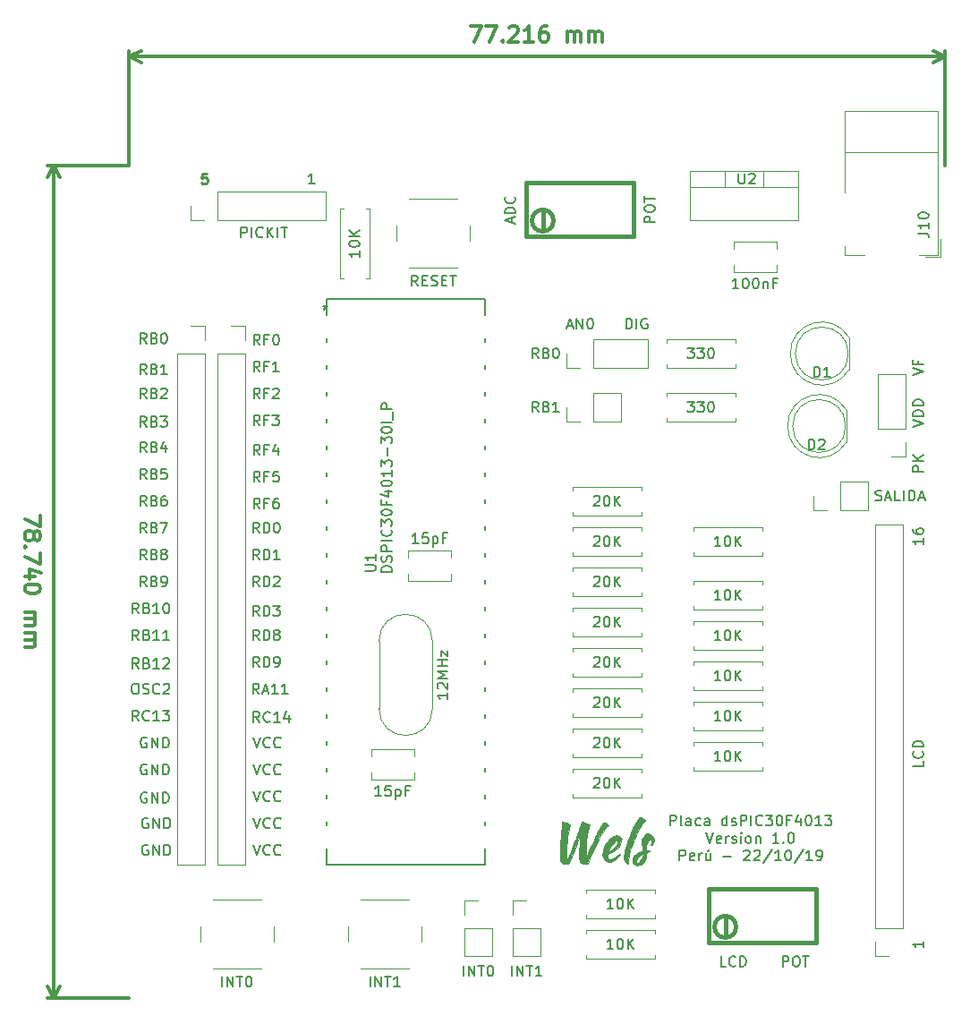
<source format=gbr>
G04 #@! TF.GenerationSoftware,KiCad,Pcbnew,(5.0.0)*
G04 #@! TF.CreationDate,2019-10-23T21:58:30-05:00*
G04 #@! TF.ProjectId,18F_DSPIC,3138465F44535049432E6B696361645F,rev?*
G04 #@! TF.SameCoordinates,Original*
G04 #@! TF.FileFunction,Legend,Top*
G04 #@! TF.FilePolarity,Positive*
%FSLAX46Y46*%
G04 Gerber Fmt 4.6, Leading zero omitted, Abs format (unit mm)*
G04 Created by KiCad (PCBNEW (5.0.0)) date 10/23/19 21:58:30*
%MOMM*%
%LPD*%
G01*
G04 APERTURE LIST*
%ADD10C,0.150000*%
%ADD11C,0.300000*%
%ADD12C,0.250000*%
%ADD13C,0.120000*%
%ADD14C,0.152400*%
%ADD15C,0.010000*%
%ADD16C,0.381000*%
G04 APERTURE END LIST*
D10*
X135509952Y-114499380D02*
X135509952Y-113499380D01*
X135890904Y-113499380D01*
X135986142Y-113547000D01*
X136033761Y-113594619D01*
X136081380Y-113689857D01*
X136081380Y-113832714D01*
X136033761Y-113927952D01*
X135986142Y-113975571D01*
X135890904Y-114023190D01*
X135509952Y-114023190D01*
X136652809Y-114499380D02*
X136557571Y-114451761D01*
X136509952Y-114356523D01*
X136509952Y-113499380D01*
X137462333Y-114499380D02*
X137462333Y-113975571D01*
X137414714Y-113880333D01*
X137319476Y-113832714D01*
X137129000Y-113832714D01*
X137033761Y-113880333D01*
X137462333Y-114451761D02*
X137367095Y-114499380D01*
X137129000Y-114499380D01*
X137033761Y-114451761D01*
X136986142Y-114356523D01*
X136986142Y-114261285D01*
X137033761Y-114166047D01*
X137129000Y-114118428D01*
X137367095Y-114118428D01*
X137462333Y-114070809D01*
X138367095Y-114451761D02*
X138271857Y-114499380D01*
X138081380Y-114499380D01*
X137986142Y-114451761D01*
X137938523Y-114404142D01*
X137890904Y-114308904D01*
X137890904Y-114023190D01*
X137938523Y-113927952D01*
X137986142Y-113880333D01*
X138081380Y-113832714D01*
X138271857Y-113832714D01*
X138367095Y-113880333D01*
X139224238Y-114499380D02*
X139224238Y-113975571D01*
X139176619Y-113880333D01*
X139081380Y-113832714D01*
X138890904Y-113832714D01*
X138795666Y-113880333D01*
X139224238Y-114451761D02*
X139129000Y-114499380D01*
X138890904Y-114499380D01*
X138795666Y-114451761D01*
X138748047Y-114356523D01*
X138748047Y-114261285D01*
X138795666Y-114166047D01*
X138890904Y-114118428D01*
X139129000Y-114118428D01*
X139224238Y-114070809D01*
X140890904Y-114499380D02*
X140890904Y-113499380D01*
X140890904Y-114451761D02*
X140795666Y-114499380D01*
X140605190Y-114499380D01*
X140509952Y-114451761D01*
X140462333Y-114404142D01*
X140414714Y-114308904D01*
X140414714Y-114023190D01*
X140462333Y-113927952D01*
X140509952Y-113880333D01*
X140605190Y-113832714D01*
X140795666Y-113832714D01*
X140890904Y-113880333D01*
X141319476Y-114451761D02*
X141414714Y-114499380D01*
X141605190Y-114499380D01*
X141700428Y-114451761D01*
X141748047Y-114356523D01*
X141748047Y-114308904D01*
X141700428Y-114213666D01*
X141605190Y-114166047D01*
X141462333Y-114166047D01*
X141367095Y-114118428D01*
X141319476Y-114023190D01*
X141319476Y-113975571D01*
X141367095Y-113880333D01*
X141462333Y-113832714D01*
X141605190Y-113832714D01*
X141700428Y-113880333D01*
X142176619Y-114499380D02*
X142176619Y-113499380D01*
X142557571Y-113499380D01*
X142652809Y-113547000D01*
X142700428Y-113594619D01*
X142748047Y-113689857D01*
X142748047Y-113832714D01*
X142700428Y-113927952D01*
X142652809Y-113975571D01*
X142557571Y-114023190D01*
X142176619Y-114023190D01*
X143176619Y-114499380D02*
X143176619Y-113499380D01*
X144224238Y-114404142D02*
X144176619Y-114451761D01*
X144033761Y-114499380D01*
X143938523Y-114499380D01*
X143795666Y-114451761D01*
X143700428Y-114356523D01*
X143652809Y-114261285D01*
X143605190Y-114070809D01*
X143605190Y-113927952D01*
X143652809Y-113737476D01*
X143700428Y-113642238D01*
X143795666Y-113547000D01*
X143938523Y-113499380D01*
X144033761Y-113499380D01*
X144176619Y-113547000D01*
X144224238Y-113594619D01*
X144557571Y-113499380D02*
X145176619Y-113499380D01*
X144843285Y-113880333D01*
X144986142Y-113880333D01*
X145081380Y-113927952D01*
X145129000Y-113975571D01*
X145176619Y-114070809D01*
X145176619Y-114308904D01*
X145129000Y-114404142D01*
X145081380Y-114451761D01*
X144986142Y-114499380D01*
X144700428Y-114499380D01*
X144605190Y-114451761D01*
X144557571Y-114404142D01*
X145795666Y-113499380D02*
X145890904Y-113499380D01*
X145986142Y-113547000D01*
X146033761Y-113594619D01*
X146081380Y-113689857D01*
X146129000Y-113880333D01*
X146129000Y-114118428D01*
X146081380Y-114308904D01*
X146033761Y-114404142D01*
X145986142Y-114451761D01*
X145890904Y-114499380D01*
X145795666Y-114499380D01*
X145700428Y-114451761D01*
X145652809Y-114404142D01*
X145605190Y-114308904D01*
X145557571Y-114118428D01*
X145557571Y-113880333D01*
X145605190Y-113689857D01*
X145652809Y-113594619D01*
X145700428Y-113547000D01*
X145795666Y-113499380D01*
X146890904Y-113975571D02*
X146557571Y-113975571D01*
X146557571Y-114499380D02*
X146557571Y-113499380D01*
X147033761Y-113499380D01*
X147843285Y-113832714D02*
X147843285Y-114499380D01*
X147605190Y-113451761D02*
X147367095Y-114166047D01*
X147986142Y-114166047D01*
X148557571Y-113499380D02*
X148652809Y-113499380D01*
X148748047Y-113547000D01*
X148795666Y-113594619D01*
X148843285Y-113689857D01*
X148890904Y-113880333D01*
X148890904Y-114118428D01*
X148843285Y-114308904D01*
X148795666Y-114404142D01*
X148748047Y-114451761D01*
X148652809Y-114499380D01*
X148557571Y-114499380D01*
X148462333Y-114451761D01*
X148414714Y-114404142D01*
X148367095Y-114308904D01*
X148319476Y-114118428D01*
X148319476Y-113880333D01*
X148367095Y-113689857D01*
X148414714Y-113594619D01*
X148462333Y-113547000D01*
X148557571Y-113499380D01*
X149843285Y-114499380D02*
X149271857Y-114499380D01*
X149557571Y-114499380D02*
X149557571Y-113499380D01*
X149462333Y-113642238D01*
X149367095Y-113737476D01*
X149271857Y-113785095D01*
X150176619Y-113499380D02*
X150795666Y-113499380D01*
X150462333Y-113880333D01*
X150605190Y-113880333D01*
X150700428Y-113927952D01*
X150748047Y-113975571D01*
X150795666Y-114070809D01*
X150795666Y-114308904D01*
X150748047Y-114404142D01*
X150700428Y-114451761D01*
X150605190Y-114499380D01*
X150319476Y-114499380D01*
X150224238Y-114451761D01*
X150176619Y-114404142D01*
X138938523Y-115149380D02*
X139271857Y-116149380D01*
X139605190Y-115149380D01*
X140319476Y-116101761D02*
X140224238Y-116149380D01*
X140033761Y-116149380D01*
X139938523Y-116101761D01*
X139890904Y-116006523D01*
X139890904Y-115625571D01*
X139938523Y-115530333D01*
X140033761Y-115482714D01*
X140224238Y-115482714D01*
X140319476Y-115530333D01*
X140367095Y-115625571D01*
X140367095Y-115720809D01*
X139890904Y-115816047D01*
X140795666Y-116149380D02*
X140795666Y-115482714D01*
X140795666Y-115673190D02*
X140843285Y-115577952D01*
X140890904Y-115530333D01*
X140986142Y-115482714D01*
X141081380Y-115482714D01*
X141367095Y-116101761D02*
X141462333Y-116149380D01*
X141652809Y-116149380D01*
X141748047Y-116101761D01*
X141795666Y-116006523D01*
X141795666Y-115958904D01*
X141748047Y-115863666D01*
X141652809Y-115816047D01*
X141509952Y-115816047D01*
X141414714Y-115768428D01*
X141367095Y-115673190D01*
X141367095Y-115625571D01*
X141414714Y-115530333D01*
X141509952Y-115482714D01*
X141652809Y-115482714D01*
X141748047Y-115530333D01*
X142224238Y-116149380D02*
X142224238Y-115482714D01*
X142224238Y-115149380D02*
X142176619Y-115197000D01*
X142224238Y-115244619D01*
X142271857Y-115197000D01*
X142224238Y-115149380D01*
X142224238Y-115244619D01*
X142843285Y-116149380D02*
X142748047Y-116101761D01*
X142700428Y-116054142D01*
X142652809Y-115958904D01*
X142652809Y-115673190D01*
X142700428Y-115577952D01*
X142748047Y-115530333D01*
X142843285Y-115482714D01*
X142986142Y-115482714D01*
X143081380Y-115530333D01*
X143129000Y-115577952D01*
X143176619Y-115673190D01*
X143176619Y-115958904D01*
X143129000Y-116054142D01*
X143081380Y-116101761D01*
X142986142Y-116149380D01*
X142843285Y-116149380D01*
X143605190Y-115482714D02*
X143605190Y-116149380D01*
X143605190Y-115577952D02*
X143652809Y-115530333D01*
X143748047Y-115482714D01*
X143890904Y-115482714D01*
X143986142Y-115530333D01*
X144033761Y-115625571D01*
X144033761Y-116149380D01*
X145795666Y-116149380D02*
X145224238Y-116149380D01*
X145509952Y-116149380D02*
X145509952Y-115149380D01*
X145414714Y-115292238D01*
X145319476Y-115387476D01*
X145224238Y-115435095D01*
X146224238Y-116054142D02*
X146271857Y-116101761D01*
X146224238Y-116149380D01*
X146176619Y-116101761D01*
X146224238Y-116054142D01*
X146224238Y-116149380D01*
X146890904Y-115149380D02*
X146986142Y-115149380D01*
X147081380Y-115197000D01*
X147129000Y-115244619D01*
X147176619Y-115339857D01*
X147224238Y-115530333D01*
X147224238Y-115768428D01*
X147176619Y-115958904D01*
X147129000Y-116054142D01*
X147081380Y-116101761D01*
X146986142Y-116149380D01*
X146890904Y-116149380D01*
X146795666Y-116101761D01*
X146748047Y-116054142D01*
X146700428Y-115958904D01*
X146652809Y-115768428D01*
X146652809Y-115530333D01*
X146700428Y-115339857D01*
X146748047Y-115244619D01*
X146795666Y-115197000D01*
X146890904Y-115149380D01*
X136390904Y-117799380D02*
X136390904Y-116799380D01*
X136771857Y-116799380D01*
X136867095Y-116847000D01*
X136914714Y-116894619D01*
X136962333Y-116989857D01*
X136962333Y-117132714D01*
X136914714Y-117227952D01*
X136867095Y-117275571D01*
X136771857Y-117323190D01*
X136390904Y-117323190D01*
X137771857Y-117751761D02*
X137676619Y-117799380D01*
X137486142Y-117799380D01*
X137390904Y-117751761D01*
X137343285Y-117656523D01*
X137343285Y-117275571D01*
X137390904Y-117180333D01*
X137486142Y-117132714D01*
X137676619Y-117132714D01*
X137771857Y-117180333D01*
X137819476Y-117275571D01*
X137819476Y-117370809D01*
X137343285Y-117466047D01*
X138248047Y-117799380D02*
X138248047Y-117132714D01*
X138248047Y-117323190D02*
X138295666Y-117227952D01*
X138343285Y-117180333D01*
X138438523Y-117132714D01*
X138533761Y-117132714D01*
X139295666Y-117132714D02*
X139295666Y-117799380D01*
X138867095Y-117132714D02*
X138867095Y-117656523D01*
X138914714Y-117751761D01*
X139009952Y-117799380D01*
X139152809Y-117799380D01*
X139248047Y-117751761D01*
X139295666Y-117704142D01*
X139200428Y-116751761D02*
X139057571Y-116894619D01*
X140533761Y-117418428D02*
X141295666Y-117418428D01*
X142486142Y-116894619D02*
X142533761Y-116847000D01*
X142629000Y-116799380D01*
X142867095Y-116799380D01*
X142962333Y-116847000D01*
X143009952Y-116894619D01*
X143057571Y-116989857D01*
X143057571Y-117085095D01*
X143009952Y-117227952D01*
X142438523Y-117799380D01*
X143057571Y-117799380D01*
X143438523Y-116894619D02*
X143486142Y-116847000D01*
X143581380Y-116799380D01*
X143819476Y-116799380D01*
X143914714Y-116847000D01*
X143962333Y-116894619D01*
X144009952Y-116989857D01*
X144009952Y-117085095D01*
X143962333Y-117227952D01*
X143390904Y-117799380D01*
X144009952Y-117799380D01*
X145152809Y-116751761D02*
X144295666Y-118037476D01*
X146009952Y-117799380D02*
X145438523Y-117799380D01*
X145724238Y-117799380D02*
X145724238Y-116799380D01*
X145629000Y-116942238D01*
X145533761Y-117037476D01*
X145438523Y-117085095D01*
X146629000Y-116799380D02*
X146724238Y-116799380D01*
X146819476Y-116847000D01*
X146867095Y-116894619D01*
X146914714Y-116989857D01*
X146962333Y-117180333D01*
X146962333Y-117418428D01*
X146914714Y-117608904D01*
X146867095Y-117704142D01*
X146819476Y-117751761D01*
X146724238Y-117799380D01*
X146629000Y-117799380D01*
X146533761Y-117751761D01*
X146486142Y-117704142D01*
X146438523Y-117608904D01*
X146390904Y-117418428D01*
X146390904Y-117180333D01*
X146438523Y-116989857D01*
X146486142Y-116894619D01*
X146533761Y-116847000D01*
X146629000Y-116799380D01*
X148105190Y-116751761D02*
X147248047Y-118037476D01*
X148962333Y-117799380D02*
X148390904Y-117799380D01*
X148676619Y-117799380D02*
X148676619Y-116799380D01*
X148581380Y-116942238D01*
X148486142Y-117037476D01*
X148390904Y-117085095D01*
X149438523Y-117799380D02*
X149629000Y-117799380D01*
X149724238Y-117751761D01*
X149771857Y-117704142D01*
X149867095Y-117561285D01*
X149914714Y-117370809D01*
X149914714Y-116989857D01*
X149867095Y-116894619D01*
X149819476Y-116847000D01*
X149724238Y-116799380D01*
X149533761Y-116799380D01*
X149438523Y-116847000D01*
X149390904Y-116894619D01*
X149343285Y-116989857D01*
X149343285Y-117227952D01*
X149390904Y-117323190D01*
X149438523Y-117370809D01*
X149533761Y-117418428D01*
X149724238Y-117418428D01*
X149819476Y-117370809D01*
X149867095Y-117323190D01*
X149914714Y-117227952D01*
D11*
X75937429Y-85154285D02*
X75937429Y-86154285D01*
X74437429Y-85511428D01*
X75294572Y-86940000D02*
X75366001Y-86797142D01*
X75437429Y-86725714D01*
X75580286Y-86654285D01*
X75651715Y-86654285D01*
X75794572Y-86725714D01*
X75866001Y-86797142D01*
X75937429Y-86940000D01*
X75937429Y-87225714D01*
X75866001Y-87368571D01*
X75794572Y-87440000D01*
X75651715Y-87511428D01*
X75580286Y-87511428D01*
X75437429Y-87440000D01*
X75366001Y-87368571D01*
X75294572Y-87225714D01*
X75294572Y-86940000D01*
X75223143Y-86797142D01*
X75151715Y-86725714D01*
X75008858Y-86654285D01*
X74723143Y-86654285D01*
X74580286Y-86725714D01*
X74508858Y-86797142D01*
X74437429Y-86940000D01*
X74437429Y-87225714D01*
X74508858Y-87368571D01*
X74580286Y-87440000D01*
X74723143Y-87511428D01*
X75008858Y-87511428D01*
X75151715Y-87440000D01*
X75223143Y-87368571D01*
X75294572Y-87225714D01*
X74580286Y-88154285D02*
X74508858Y-88225714D01*
X74437429Y-88154285D01*
X74508858Y-88082857D01*
X74580286Y-88154285D01*
X74437429Y-88154285D01*
X75937429Y-88725714D02*
X75937429Y-89725714D01*
X74437429Y-89082857D01*
X75437429Y-90940000D02*
X74437429Y-90940000D01*
X76008858Y-90582857D02*
X74937429Y-90225714D01*
X74937429Y-91154285D01*
X75937429Y-92011428D02*
X75937429Y-92154285D01*
X75866001Y-92297142D01*
X75794572Y-92368571D01*
X75651715Y-92440000D01*
X75366001Y-92511428D01*
X75008858Y-92511428D01*
X74723143Y-92440000D01*
X74580286Y-92368571D01*
X74508858Y-92297142D01*
X74437429Y-92154285D01*
X74437429Y-92011428D01*
X74508858Y-91868571D01*
X74580286Y-91797142D01*
X74723143Y-91725714D01*
X75008858Y-91654285D01*
X75366001Y-91654285D01*
X75651715Y-91725714D01*
X75794572Y-91797142D01*
X75866001Y-91868571D01*
X75937429Y-92011428D01*
X74437429Y-94297142D02*
X75437429Y-94297142D01*
X75294572Y-94297142D02*
X75366001Y-94368571D01*
X75437429Y-94511428D01*
X75437429Y-94725714D01*
X75366001Y-94868571D01*
X75223143Y-94940000D01*
X74437429Y-94940000D01*
X75223143Y-94940000D02*
X75366001Y-95011428D01*
X75437429Y-95154285D01*
X75437429Y-95368571D01*
X75366001Y-95511428D01*
X75223143Y-95582857D01*
X74437429Y-95582857D01*
X74437429Y-96297142D02*
X75437429Y-96297142D01*
X75294572Y-96297142D02*
X75366001Y-96368571D01*
X75437429Y-96511428D01*
X75437429Y-96725714D01*
X75366001Y-96868571D01*
X75223143Y-96940000D01*
X74437429Y-96940000D01*
X75223143Y-96940000D02*
X75366001Y-97011428D01*
X75437429Y-97154285D01*
X75437429Y-97368571D01*
X75366001Y-97511428D01*
X75223143Y-97582857D01*
X74437429Y-97582857D01*
X77216001Y-52070000D02*
X77216001Y-130810000D01*
X84328000Y-52070000D02*
X76629580Y-52070000D01*
X84328000Y-130810000D02*
X76629580Y-130810000D01*
X77216001Y-130810000D02*
X76629580Y-129683496D01*
X77216001Y-130810000D02*
X77802422Y-129683496D01*
X77216001Y-52070000D02*
X76629580Y-53196504D01*
X77216001Y-52070000D02*
X77802422Y-53196504D01*
X116650285Y-38861571D02*
X117650285Y-38861571D01*
X117007428Y-40361571D01*
X118078857Y-38861571D02*
X119078857Y-38861571D01*
X118436000Y-40361571D01*
X119650285Y-40218714D02*
X119721714Y-40290142D01*
X119650285Y-40361571D01*
X119578857Y-40290142D01*
X119650285Y-40218714D01*
X119650285Y-40361571D01*
X120293142Y-39004428D02*
X120364571Y-38933000D01*
X120507428Y-38861571D01*
X120864571Y-38861571D01*
X121007428Y-38933000D01*
X121078857Y-39004428D01*
X121150285Y-39147285D01*
X121150285Y-39290142D01*
X121078857Y-39504428D01*
X120221714Y-40361571D01*
X121150285Y-40361571D01*
X122578857Y-40361571D02*
X121721714Y-40361571D01*
X122150285Y-40361571D02*
X122150285Y-38861571D01*
X122007428Y-39075857D01*
X121864571Y-39218714D01*
X121721714Y-39290142D01*
X123864571Y-38861571D02*
X123578857Y-38861571D01*
X123436000Y-38933000D01*
X123364571Y-39004428D01*
X123221714Y-39218714D01*
X123150285Y-39504428D01*
X123150285Y-40075857D01*
X123221714Y-40218714D01*
X123293142Y-40290142D01*
X123436000Y-40361571D01*
X123721714Y-40361571D01*
X123864571Y-40290142D01*
X123936000Y-40218714D01*
X124007428Y-40075857D01*
X124007428Y-39718714D01*
X123936000Y-39575857D01*
X123864571Y-39504428D01*
X123721714Y-39433000D01*
X123436000Y-39433000D01*
X123293142Y-39504428D01*
X123221714Y-39575857D01*
X123150285Y-39718714D01*
X125793142Y-40361571D02*
X125793142Y-39361571D01*
X125793142Y-39504428D02*
X125864571Y-39433000D01*
X126007428Y-39361571D01*
X126221714Y-39361571D01*
X126364571Y-39433000D01*
X126436000Y-39575857D01*
X126436000Y-40361571D01*
X126436000Y-39575857D02*
X126507428Y-39433000D01*
X126650285Y-39361571D01*
X126864571Y-39361571D01*
X127007428Y-39433000D01*
X127078857Y-39575857D01*
X127078857Y-40361571D01*
X127793142Y-40361571D02*
X127793142Y-39361571D01*
X127793142Y-39504428D02*
X127864571Y-39433000D01*
X128007428Y-39361571D01*
X128221714Y-39361571D01*
X128364571Y-39433000D01*
X128436000Y-39575857D01*
X128436000Y-40361571D01*
X128436000Y-39575857D02*
X128507428Y-39433000D01*
X128650285Y-39361571D01*
X128864571Y-39361571D01*
X129007428Y-39433000D01*
X129078857Y-39575857D01*
X129078857Y-40361571D01*
X84328000Y-41783000D02*
X161544000Y-41783000D01*
X84328000Y-52070000D02*
X84328000Y-41196579D01*
X161544000Y-52070000D02*
X161544000Y-41196579D01*
X161544000Y-41783000D02*
X160417496Y-42369421D01*
X161544000Y-41783000D02*
X160417496Y-41196579D01*
X84328000Y-41783000D02*
X85454504Y-42369421D01*
X84328000Y-41783000D02*
X85454504Y-41196579D01*
D10*
X96075666Y-116292380D02*
X96409000Y-117292380D01*
X96742333Y-116292380D01*
X97647095Y-117197142D02*
X97599476Y-117244761D01*
X97456619Y-117292380D01*
X97361380Y-117292380D01*
X97218523Y-117244761D01*
X97123285Y-117149523D01*
X97075666Y-117054285D01*
X97028047Y-116863809D01*
X97028047Y-116720952D01*
X97075666Y-116530476D01*
X97123285Y-116435238D01*
X97218523Y-116340000D01*
X97361380Y-116292380D01*
X97456619Y-116292380D01*
X97599476Y-116340000D01*
X97647095Y-116387619D01*
X98647095Y-117197142D02*
X98599476Y-117244761D01*
X98456619Y-117292380D01*
X98361380Y-117292380D01*
X98218523Y-117244761D01*
X98123285Y-117149523D01*
X98075666Y-117054285D01*
X98028047Y-116863809D01*
X98028047Y-116720952D01*
X98075666Y-116530476D01*
X98123285Y-116435238D01*
X98218523Y-116340000D01*
X98361380Y-116292380D01*
X98456619Y-116292380D01*
X98599476Y-116340000D01*
X98647095Y-116387619D01*
X96075666Y-113752380D02*
X96409000Y-114752380D01*
X96742333Y-113752380D01*
X97647095Y-114657142D02*
X97599476Y-114704761D01*
X97456619Y-114752380D01*
X97361380Y-114752380D01*
X97218523Y-114704761D01*
X97123285Y-114609523D01*
X97075666Y-114514285D01*
X97028047Y-114323809D01*
X97028047Y-114180952D01*
X97075666Y-113990476D01*
X97123285Y-113895238D01*
X97218523Y-113800000D01*
X97361380Y-113752380D01*
X97456619Y-113752380D01*
X97599476Y-113800000D01*
X97647095Y-113847619D01*
X98647095Y-114657142D02*
X98599476Y-114704761D01*
X98456619Y-114752380D01*
X98361380Y-114752380D01*
X98218523Y-114704761D01*
X98123285Y-114609523D01*
X98075666Y-114514285D01*
X98028047Y-114323809D01*
X98028047Y-114180952D01*
X98075666Y-113990476D01*
X98123285Y-113895238D01*
X98218523Y-113800000D01*
X98361380Y-113752380D01*
X98456619Y-113752380D01*
X98599476Y-113800000D01*
X98647095Y-113847619D01*
X96075666Y-108672380D02*
X96409000Y-109672380D01*
X96742333Y-108672380D01*
X97647095Y-109577142D02*
X97599476Y-109624761D01*
X97456619Y-109672380D01*
X97361380Y-109672380D01*
X97218523Y-109624761D01*
X97123285Y-109529523D01*
X97075666Y-109434285D01*
X97028047Y-109243809D01*
X97028047Y-109100952D01*
X97075666Y-108910476D01*
X97123285Y-108815238D01*
X97218523Y-108720000D01*
X97361380Y-108672380D01*
X97456619Y-108672380D01*
X97599476Y-108720000D01*
X97647095Y-108767619D01*
X98647095Y-109577142D02*
X98599476Y-109624761D01*
X98456619Y-109672380D01*
X98361380Y-109672380D01*
X98218523Y-109624761D01*
X98123285Y-109529523D01*
X98075666Y-109434285D01*
X98028047Y-109243809D01*
X98028047Y-109100952D01*
X98075666Y-108910476D01*
X98123285Y-108815238D01*
X98218523Y-108720000D01*
X98361380Y-108672380D01*
X98456619Y-108672380D01*
X98599476Y-108720000D01*
X98647095Y-108767619D01*
X96075666Y-106132380D02*
X96409000Y-107132380D01*
X96742333Y-106132380D01*
X97647095Y-107037142D02*
X97599476Y-107084761D01*
X97456619Y-107132380D01*
X97361380Y-107132380D01*
X97218523Y-107084761D01*
X97123285Y-106989523D01*
X97075666Y-106894285D01*
X97028047Y-106703809D01*
X97028047Y-106560952D01*
X97075666Y-106370476D01*
X97123285Y-106275238D01*
X97218523Y-106180000D01*
X97361380Y-106132380D01*
X97456619Y-106132380D01*
X97599476Y-106180000D01*
X97647095Y-106227619D01*
X98647095Y-107037142D02*
X98599476Y-107084761D01*
X98456619Y-107132380D01*
X98361380Y-107132380D01*
X98218523Y-107084761D01*
X98123285Y-106989523D01*
X98075666Y-106894285D01*
X98028047Y-106703809D01*
X98028047Y-106560952D01*
X98075666Y-106370476D01*
X98123285Y-106275238D01*
X98218523Y-106180000D01*
X98361380Y-106132380D01*
X98456619Y-106132380D01*
X98599476Y-106180000D01*
X98647095Y-106227619D01*
X86106095Y-116340000D02*
X86010857Y-116292380D01*
X85868000Y-116292380D01*
X85725142Y-116340000D01*
X85629904Y-116435238D01*
X85582285Y-116530476D01*
X85534666Y-116720952D01*
X85534666Y-116863809D01*
X85582285Y-117054285D01*
X85629904Y-117149523D01*
X85725142Y-117244761D01*
X85868000Y-117292380D01*
X85963238Y-117292380D01*
X86106095Y-117244761D01*
X86153714Y-117197142D01*
X86153714Y-116863809D01*
X85963238Y-116863809D01*
X86582285Y-117292380D02*
X86582285Y-116292380D01*
X87153714Y-117292380D01*
X87153714Y-116292380D01*
X87629904Y-117292380D02*
X87629904Y-116292380D01*
X87868000Y-116292380D01*
X88010857Y-116340000D01*
X88106095Y-116435238D01*
X88153714Y-116530476D01*
X88201333Y-116720952D01*
X88201333Y-116863809D01*
X88153714Y-117054285D01*
X88106095Y-117149523D01*
X88010857Y-117244761D01*
X87868000Y-117292380D01*
X87629904Y-117292380D01*
X86106095Y-113800000D02*
X86010857Y-113752380D01*
X85868000Y-113752380D01*
X85725142Y-113800000D01*
X85629904Y-113895238D01*
X85582285Y-113990476D01*
X85534666Y-114180952D01*
X85534666Y-114323809D01*
X85582285Y-114514285D01*
X85629904Y-114609523D01*
X85725142Y-114704761D01*
X85868000Y-114752380D01*
X85963238Y-114752380D01*
X86106095Y-114704761D01*
X86153714Y-114657142D01*
X86153714Y-114323809D01*
X85963238Y-114323809D01*
X86582285Y-114752380D02*
X86582285Y-113752380D01*
X87153714Y-114752380D01*
X87153714Y-113752380D01*
X87629904Y-114752380D02*
X87629904Y-113752380D01*
X87868000Y-113752380D01*
X88010857Y-113800000D01*
X88106095Y-113895238D01*
X88153714Y-113990476D01*
X88201333Y-114180952D01*
X88201333Y-114323809D01*
X88153714Y-114514285D01*
X88106095Y-114609523D01*
X88010857Y-114704761D01*
X87868000Y-114752380D01*
X87629904Y-114752380D01*
X85979095Y-108720000D02*
X85883857Y-108672380D01*
X85741000Y-108672380D01*
X85598142Y-108720000D01*
X85502904Y-108815238D01*
X85455285Y-108910476D01*
X85407666Y-109100952D01*
X85407666Y-109243809D01*
X85455285Y-109434285D01*
X85502904Y-109529523D01*
X85598142Y-109624761D01*
X85741000Y-109672380D01*
X85836238Y-109672380D01*
X85979095Y-109624761D01*
X86026714Y-109577142D01*
X86026714Y-109243809D01*
X85836238Y-109243809D01*
X86455285Y-109672380D02*
X86455285Y-108672380D01*
X87026714Y-109672380D01*
X87026714Y-108672380D01*
X87502904Y-109672380D02*
X87502904Y-108672380D01*
X87741000Y-108672380D01*
X87883857Y-108720000D01*
X87979095Y-108815238D01*
X88026714Y-108910476D01*
X88074333Y-109100952D01*
X88074333Y-109243809D01*
X88026714Y-109434285D01*
X87979095Y-109529523D01*
X87883857Y-109624761D01*
X87741000Y-109672380D01*
X87502904Y-109672380D01*
X85979095Y-106180000D02*
X85883857Y-106132380D01*
X85741000Y-106132380D01*
X85598142Y-106180000D01*
X85502904Y-106275238D01*
X85455285Y-106370476D01*
X85407666Y-106560952D01*
X85407666Y-106703809D01*
X85455285Y-106894285D01*
X85502904Y-106989523D01*
X85598142Y-107084761D01*
X85741000Y-107132380D01*
X85836238Y-107132380D01*
X85979095Y-107084761D01*
X86026714Y-107037142D01*
X86026714Y-106703809D01*
X85836238Y-106703809D01*
X86455285Y-107132380D02*
X86455285Y-106132380D01*
X87026714Y-107132380D01*
X87026714Y-106132380D01*
X87502904Y-107132380D02*
X87502904Y-106132380D01*
X87741000Y-106132380D01*
X87883857Y-106180000D01*
X87979095Y-106275238D01*
X88026714Y-106370476D01*
X88074333Y-106560952D01*
X88074333Y-106703809D01*
X88026714Y-106894285D01*
X87979095Y-106989523D01*
X87883857Y-107084761D01*
X87741000Y-107132380D01*
X87502904Y-107132380D01*
X96075666Y-111212380D02*
X96409000Y-112212380D01*
X96742333Y-111212380D01*
X97647095Y-112117142D02*
X97599476Y-112164761D01*
X97456619Y-112212380D01*
X97361380Y-112212380D01*
X97218523Y-112164761D01*
X97123285Y-112069523D01*
X97075666Y-111974285D01*
X97028047Y-111783809D01*
X97028047Y-111640952D01*
X97075666Y-111450476D01*
X97123285Y-111355238D01*
X97218523Y-111260000D01*
X97361380Y-111212380D01*
X97456619Y-111212380D01*
X97599476Y-111260000D01*
X97647095Y-111307619D01*
X98647095Y-112117142D02*
X98599476Y-112164761D01*
X98456619Y-112212380D01*
X98361380Y-112212380D01*
X98218523Y-112164761D01*
X98123285Y-112069523D01*
X98075666Y-111974285D01*
X98028047Y-111783809D01*
X98028047Y-111640952D01*
X98075666Y-111450476D01*
X98123285Y-111355238D01*
X98218523Y-111260000D01*
X98361380Y-111212380D01*
X98456619Y-111212380D01*
X98599476Y-111260000D01*
X98647095Y-111307619D01*
X85979095Y-111387000D02*
X85883857Y-111339380D01*
X85741000Y-111339380D01*
X85598142Y-111387000D01*
X85502904Y-111482238D01*
X85455285Y-111577476D01*
X85407666Y-111767952D01*
X85407666Y-111910809D01*
X85455285Y-112101285D01*
X85502904Y-112196523D01*
X85598142Y-112291761D01*
X85741000Y-112339380D01*
X85836238Y-112339380D01*
X85979095Y-112291761D01*
X86026714Y-112244142D01*
X86026714Y-111910809D01*
X85836238Y-111910809D01*
X86455285Y-112339380D02*
X86455285Y-111339380D01*
X87026714Y-112339380D01*
X87026714Y-111339380D01*
X87502904Y-112339380D02*
X87502904Y-111339380D01*
X87741000Y-111339380D01*
X87883857Y-111387000D01*
X87979095Y-111482238D01*
X88026714Y-111577476D01*
X88074333Y-111767952D01*
X88074333Y-111910809D01*
X88026714Y-112101285D01*
X87979095Y-112196523D01*
X87883857Y-112291761D01*
X87741000Y-112339380D01*
X87502904Y-112339380D01*
X84812380Y-101052380D02*
X85002857Y-101052380D01*
X85098095Y-101100000D01*
X85193333Y-101195238D01*
X85240952Y-101385714D01*
X85240952Y-101719047D01*
X85193333Y-101909523D01*
X85098095Y-102004761D01*
X85002857Y-102052380D01*
X84812380Y-102052380D01*
X84717142Y-102004761D01*
X84621904Y-101909523D01*
X84574285Y-101719047D01*
X84574285Y-101385714D01*
X84621904Y-101195238D01*
X84717142Y-101100000D01*
X84812380Y-101052380D01*
X85621904Y-102004761D02*
X85764761Y-102052380D01*
X86002857Y-102052380D01*
X86098095Y-102004761D01*
X86145714Y-101957142D01*
X86193333Y-101861904D01*
X86193333Y-101766666D01*
X86145714Y-101671428D01*
X86098095Y-101623809D01*
X86002857Y-101576190D01*
X85812380Y-101528571D01*
X85717142Y-101480952D01*
X85669523Y-101433333D01*
X85621904Y-101338095D01*
X85621904Y-101242857D01*
X85669523Y-101147619D01*
X85717142Y-101100000D01*
X85812380Y-101052380D01*
X86050476Y-101052380D01*
X86193333Y-101100000D01*
X87193333Y-101957142D02*
X87145714Y-102004761D01*
X87002857Y-102052380D01*
X86907619Y-102052380D01*
X86764761Y-102004761D01*
X86669523Y-101909523D01*
X86621904Y-101814285D01*
X86574285Y-101623809D01*
X86574285Y-101480952D01*
X86621904Y-101290476D01*
X86669523Y-101195238D01*
X86764761Y-101100000D01*
X86907619Y-101052380D01*
X87002857Y-101052380D01*
X87145714Y-101100000D01*
X87193333Y-101147619D01*
X87574285Y-101147619D02*
X87621904Y-101100000D01*
X87717142Y-101052380D01*
X87955238Y-101052380D01*
X88050476Y-101100000D01*
X88098095Y-101147619D01*
X88145714Y-101242857D01*
X88145714Y-101338095D01*
X88098095Y-101480952D01*
X87526666Y-102052380D01*
X88145714Y-102052380D01*
X85217142Y-99639380D02*
X84883809Y-99163190D01*
X84645714Y-99639380D02*
X84645714Y-98639380D01*
X85026666Y-98639380D01*
X85121904Y-98687000D01*
X85169523Y-98734619D01*
X85217142Y-98829857D01*
X85217142Y-98972714D01*
X85169523Y-99067952D01*
X85121904Y-99115571D01*
X85026666Y-99163190D01*
X84645714Y-99163190D01*
X85979047Y-99115571D02*
X86121904Y-99163190D01*
X86169523Y-99210809D01*
X86217142Y-99306047D01*
X86217142Y-99448904D01*
X86169523Y-99544142D01*
X86121904Y-99591761D01*
X86026666Y-99639380D01*
X85645714Y-99639380D01*
X85645714Y-98639380D01*
X85979047Y-98639380D01*
X86074285Y-98687000D01*
X86121904Y-98734619D01*
X86169523Y-98829857D01*
X86169523Y-98925095D01*
X86121904Y-99020333D01*
X86074285Y-99067952D01*
X85979047Y-99115571D01*
X85645714Y-99115571D01*
X87169523Y-99639380D02*
X86598095Y-99639380D01*
X86883809Y-99639380D02*
X86883809Y-98639380D01*
X86788571Y-98782238D01*
X86693333Y-98877476D01*
X86598095Y-98925095D01*
X87550476Y-98734619D02*
X87598095Y-98687000D01*
X87693333Y-98639380D01*
X87931428Y-98639380D01*
X88026666Y-98687000D01*
X88074285Y-98734619D01*
X88121904Y-98829857D01*
X88121904Y-98925095D01*
X88074285Y-99067952D01*
X87502857Y-99639380D01*
X88121904Y-99639380D01*
X85217142Y-96972380D02*
X84883809Y-96496190D01*
X84645714Y-96972380D02*
X84645714Y-95972380D01*
X85026666Y-95972380D01*
X85121904Y-96020000D01*
X85169523Y-96067619D01*
X85217142Y-96162857D01*
X85217142Y-96305714D01*
X85169523Y-96400952D01*
X85121904Y-96448571D01*
X85026666Y-96496190D01*
X84645714Y-96496190D01*
X85979047Y-96448571D02*
X86121904Y-96496190D01*
X86169523Y-96543809D01*
X86217142Y-96639047D01*
X86217142Y-96781904D01*
X86169523Y-96877142D01*
X86121904Y-96924761D01*
X86026666Y-96972380D01*
X85645714Y-96972380D01*
X85645714Y-95972380D01*
X85979047Y-95972380D01*
X86074285Y-96020000D01*
X86121904Y-96067619D01*
X86169523Y-96162857D01*
X86169523Y-96258095D01*
X86121904Y-96353333D01*
X86074285Y-96400952D01*
X85979047Y-96448571D01*
X85645714Y-96448571D01*
X87169523Y-96972380D02*
X86598095Y-96972380D01*
X86883809Y-96972380D02*
X86883809Y-95972380D01*
X86788571Y-96115238D01*
X86693333Y-96210476D01*
X86598095Y-96258095D01*
X88121904Y-96972380D02*
X87550476Y-96972380D01*
X87836190Y-96972380D02*
X87836190Y-95972380D01*
X87740952Y-96115238D01*
X87645714Y-96210476D01*
X87550476Y-96258095D01*
X85217142Y-94432380D02*
X84883809Y-93956190D01*
X84645714Y-94432380D02*
X84645714Y-93432380D01*
X85026666Y-93432380D01*
X85121904Y-93480000D01*
X85169523Y-93527619D01*
X85217142Y-93622857D01*
X85217142Y-93765714D01*
X85169523Y-93860952D01*
X85121904Y-93908571D01*
X85026666Y-93956190D01*
X84645714Y-93956190D01*
X85979047Y-93908571D02*
X86121904Y-93956190D01*
X86169523Y-94003809D01*
X86217142Y-94099047D01*
X86217142Y-94241904D01*
X86169523Y-94337142D01*
X86121904Y-94384761D01*
X86026666Y-94432380D01*
X85645714Y-94432380D01*
X85645714Y-93432380D01*
X85979047Y-93432380D01*
X86074285Y-93480000D01*
X86121904Y-93527619D01*
X86169523Y-93622857D01*
X86169523Y-93718095D01*
X86121904Y-93813333D01*
X86074285Y-93860952D01*
X85979047Y-93908571D01*
X85645714Y-93908571D01*
X87169523Y-94432380D02*
X86598095Y-94432380D01*
X86883809Y-94432380D02*
X86883809Y-93432380D01*
X86788571Y-93575238D01*
X86693333Y-93670476D01*
X86598095Y-93718095D01*
X87788571Y-93432380D02*
X87883809Y-93432380D01*
X87979047Y-93480000D01*
X88026666Y-93527619D01*
X88074285Y-93622857D01*
X88121904Y-93813333D01*
X88121904Y-94051428D01*
X88074285Y-94241904D01*
X88026666Y-94337142D01*
X87979047Y-94384761D01*
X87883809Y-94432380D01*
X87788571Y-94432380D01*
X87693333Y-94384761D01*
X87645714Y-94337142D01*
X87598095Y-94241904D01*
X87550476Y-94051428D01*
X87550476Y-93813333D01*
X87598095Y-93622857D01*
X87645714Y-93527619D01*
X87693333Y-93480000D01*
X87788571Y-93432380D01*
X85947333Y-91892380D02*
X85614000Y-91416190D01*
X85375904Y-91892380D02*
X85375904Y-90892380D01*
X85756857Y-90892380D01*
X85852095Y-90940000D01*
X85899714Y-90987619D01*
X85947333Y-91082857D01*
X85947333Y-91225714D01*
X85899714Y-91320952D01*
X85852095Y-91368571D01*
X85756857Y-91416190D01*
X85375904Y-91416190D01*
X86709238Y-91368571D02*
X86852095Y-91416190D01*
X86899714Y-91463809D01*
X86947333Y-91559047D01*
X86947333Y-91701904D01*
X86899714Y-91797142D01*
X86852095Y-91844761D01*
X86756857Y-91892380D01*
X86375904Y-91892380D01*
X86375904Y-90892380D01*
X86709238Y-90892380D01*
X86804476Y-90940000D01*
X86852095Y-90987619D01*
X86899714Y-91082857D01*
X86899714Y-91178095D01*
X86852095Y-91273333D01*
X86804476Y-91320952D01*
X86709238Y-91368571D01*
X86375904Y-91368571D01*
X87423523Y-91892380D02*
X87614000Y-91892380D01*
X87709238Y-91844761D01*
X87756857Y-91797142D01*
X87852095Y-91654285D01*
X87899714Y-91463809D01*
X87899714Y-91082857D01*
X87852095Y-90987619D01*
X87804476Y-90940000D01*
X87709238Y-90892380D01*
X87518761Y-90892380D01*
X87423523Y-90940000D01*
X87375904Y-90987619D01*
X87328285Y-91082857D01*
X87328285Y-91320952D01*
X87375904Y-91416190D01*
X87423523Y-91463809D01*
X87518761Y-91511428D01*
X87709238Y-91511428D01*
X87804476Y-91463809D01*
X87852095Y-91416190D01*
X87899714Y-91320952D01*
X85947333Y-89352380D02*
X85614000Y-88876190D01*
X85375904Y-89352380D02*
X85375904Y-88352380D01*
X85756857Y-88352380D01*
X85852095Y-88400000D01*
X85899714Y-88447619D01*
X85947333Y-88542857D01*
X85947333Y-88685714D01*
X85899714Y-88780952D01*
X85852095Y-88828571D01*
X85756857Y-88876190D01*
X85375904Y-88876190D01*
X86709238Y-88828571D02*
X86852095Y-88876190D01*
X86899714Y-88923809D01*
X86947333Y-89019047D01*
X86947333Y-89161904D01*
X86899714Y-89257142D01*
X86852095Y-89304761D01*
X86756857Y-89352380D01*
X86375904Y-89352380D01*
X86375904Y-88352380D01*
X86709238Y-88352380D01*
X86804476Y-88400000D01*
X86852095Y-88447619D01*
X86899714Y-88542857D01*
X86899714Y-88638095D01*
X86852095Y-88733333D01*
X86804476Y-88780952D01*
X86709238Y-88828571D01*
X86375904Y-88828571D01*
X87518761Y-88780952D02*
X87423523Y-88733333D01*
X87375904Y-88685714D01*
X87328285Y-88590476D01*
X87328285Y-88542857D01*
X87375904Y-88447619D01*
X87423523Y-88400000D01*
X87518761Y-88352380D01*
X87709238Y-88352380D01*
X87804476Y-88400000D01*
X87852095Y-88447619D01*
X87899714Y-88542857D01*
X87899714Y-88590476D01*
X87852095Y-88685714D01*
X87804476Y-88733333D01*
X87709238Y-88780952D01*
X87518761Y-88780952D01*
X87423523Y-88828571D01*
X87375904Y-88876190D01*
X87328285Y-88971428D01*
X87328285Y-89161904D01*
X87375904Y-89257142D01*
X87423523Y-89304761D01*
X87518761Y-89352380D01*
X87709238Y-89352380D01*
X87804476Y-89304761D01*
X87852095Y-89257142D01*
X87899714Y-89161904D01*
X87899714Y-88971428D01*
X87852095Y-88876190D01*
X87804476Y-88828571D01*
X87709238Y-88780952D01*
X85947333Y-86812380D02*
X85614000Y-86336190D01*
X85375904Y-86812380D02*
X85375904Y-85812380D01*
X85756857Y-85812380D01*
X85852095Y-85860000D01*
X85899714Y-85907619D01*
X85947333Y-86002857D01*
X85947333Y-86145714D01*
X85899714Y-86240952D01*
X85852095Y-86288571D01*
X85756857Y-86336190D01*
X85375904Y-86336190D01*
X86709238Y-86288571D02*
X86852095Y-86336190D01*
X86899714Y-86383809D01*
X86947333Y-86479047D01*
X86947333Y-86621904D01*
X86899714Y-86717142D01*
X86852095Y-86764761D01*
X86756857Y-86812380D01*
X86375904Y-86812380D01*
X86375904Y-85812380D01*
X86709238Y-85812380D01*
X86804476Y-85860000D01*
X86852095Y-85907619D01*
X86899714Y-86002857D01*
X86899714Y-86098095D01*
X86852095Y-86193333D01*
X86804476Y-86240952D01*
X86709238Y-86288571D01*
X86375904Y-86288571D01*
X87280666Y-85812380D02*
X87947333Y-85812380D01*
X87518761Y-86812380D01*
X85947333Y-84272380D02*
X85614000Y-83796190D01*
X85375904Y-84272380D02*
X85375904Y-83272380D01*
X85756857Y-83272380D01*
X85852095Y-83320000D01*
X85899714Y-83367619D01*
X85947333Y-83462857D01*
X85947333Y-83605714D01*
X85899714Y-83700952D01*
X85852095Y-83748571D01*
X85756857Y-83796190D01*
X85375904Y-83796190D01*
X86709238Y-83748571D02*
X86852095Y-83796190D01*
X86899714Y-83843809D01*
X86947333Y-83939047D01*
X86947333Y-84081904D01*
X86899714Y-84177142D01*
X86852095Y-84224761D01*
X86756857Y-84272380D01*
X86375904Y-84272380D01*
X86375904Y-83272380D01*
X86709238Y-83272380D01*
X86804476Y-83320000D01*
X86852095Y-83367619D01*
X86899714Y-83462857D01*
X86899714Y-83558095D01*
X86852095Y-83653333D01*
X86804476Y-83700952D01*
X86709238Y-83748571D01*
X86375904Y-83748571D01*
X87804476Y-83272380D02*
X87614000Y-83272380D01*
X87518761Y-83320000D01*
X87471142Y-83367619D01*
X87375904Y-83510476D01*
X87328285Y-83700952D01*
X87328285Y-84081904D01*
X87375904Y-84177142D01*
X87423523Y-84224761D01*
X87518761Y-84272380D01*
X87709238Y-84272380D01*
X87804476Y-84224761D01*
X87852095Y-84177142D01*
X87899714Y-84081904D01*
X87899714Y-83843809D01*
X87852095Y-83748571D01*
X87804476Y-83700952D01*
X87709238Y-83653333D01*
X87518761Y-83653333D01*
X87423523Y-83700952D01*
X87375904Y-83748571D01*
X87328285Y-83843809D01*
X85947333Y-81732380D02*
X85614000Y-81256190D01*
X85375904Y-81732380D02*
X85375904Y-80732380D01*
X85756857Y-80732380D01*
X85852095Y-80780000D01*
X85899714Y-80827619D01*
X85947333Y-80922857D01*
X85947333Y-81065714D01*
X85899714Y-81160952D01*
X85852095Y-81208571D01*
X85756857Y-81256190D01*
X85375904Y-81256190D01*
X86709238Y-81208571D02*
X86852095Y-81256190D01*
X86899714Y-81303809D01*
X86947333Y-81399047D01*
X86947333Y-81541904D01*
X86899714Y-81637142D01*
X86852095Y-81684761D01*
X86756857Y-81732380D01*
X86375904Y-81732380D01*
X86375904Y-80732380D01*
X86709238Y-80732380D01*
X86804476Y-80780000D01*
X86852095Y-80827619D01*
X86899714Y-80922857D01*
X86899714Y-81018095D01*
X86852095Y-81113333D01*
X86804476Y-81160952D01*
X86709238Y-81208571D01*
X86375904Y-81208571D01*
X87852095Y-80732380D02*
X87375904Y-80732380D01*
X87328285Y-81208571D01*
X87375904Y-81160952D01*
X87471142Y-81113333D01*
X87709238Y-81113333D01*
X87804476Y-81160952D01*
X87852095Y-81208571D01*
X87899714Y-81303809D01*
X87899714Y-81541904D01*
X87852095Y-81637142D01*
X87804476Y-81684761D01*
X87709238Y-81732380D01*
X87471142Y-81732380D01*
X87375904Y-81684761D01*
X87328285Y-81637142D01*
X85947333Y-79192380D02*
X85614000Y-78716190D01*
X85375904Y-79192380D02*
X85375904Y-78192380D01*
X85756857Y-78192380D01*
X85852095Y-78240000D01*
X85899714Y-78287619D01*
X85947333Y-78382857D01*
X85947333Y-78525714D01*
X85899714Y-78620952D01*
X85852095Y-78668571D01*
X85756857Y-78716190D01*
X85375904Y-78716190D01*
X86709238Y-78668571D02*
X86852095Y-78716190D01*
X86899714Y-78763809D01*
X86947333Y-78859047D01*
X86947333Y-79001904D01*
X86899714Y-79097142D01*
X86852095Y-79144761D01*
X86756857Y-79192380D01*
X86375904Y-79192380D01*
X86375904Y-78192380D01*
X86709238Y-78192380D01*
X86804476Y-78240000D01*
X86852095Y-78287619D01*
X86899714Y-78382857D01*
X86899714Y-78478095D01*
X86852095Y-78573333D01*
X86804476Y-78620952D01*
X86709238Y-78668571D01*
X86375904Y-78668571D01*
X87804476Y-78525714D02*
X87804476Y-79192380D01*
X87566380Y-78144761D02*
X87328285Y-78859047D01*
X87947333Y-78859047D01*
X85947333Y-76779380D02*
X85614000Y-76303190D01*
X85375904Y-76779380D02*
X85375904Y-75779380D01*
X85756857Y-75779380D01*
X85852095Y-75827000D01*
X85899714Y-75874619D01*
X85947333Y-75969857D01*
X85947333Y-76112714D01*
X85899714Y-76207952D01*
X85852095Y-76255571D01*
X85756857Y-76303190D01*
X85375904Y-76303190D01*
X86709238Y-76255571D02*
X86852095Y-76303190D01*
X86899714Y-76350809D01*
X86947333Y-76446047D01*
X86947333Y-76588904D01*
X86899714Y-76684142D01*
X86852095Y-76731761D01*
X86756857Y-76779380D01*
X86375904Y-76779380D01*
X86375904Y-75779380D01*
X86709238Y-75779380D01*
X86804476Y-75827000D01*
X86852095Y-75874619D01*
X86899714Y-75969857D01*
X86899714Y-76065095D01*
X86852095Y-76160333D01*
X86804476Y-76207952D01*
X86709238Y-76255571D01*
X86375904Y-76255571D01*
X87280666Y-75779380D02*
X87899714Y-75779380D01*
X87566380Y-76160333D01*
X87709238Y-76160333D01*
X87804476Y-76207952D01*
X87852095Y-76255571D01*
X87899714Y-76350809D01*
X87899714Y-76588904D01*
X87852095Y-76684142D01*
X87804476Y-76731761D01*
X87709238Y-76779380D01*
X87423523Y-76779380D01*
X87328285Y-76731761D01*
X87280666Y-76684142D01*
X85947333Y-74112380D02*
X85614000Y-73636190D01*
X85375904Y-74112380D02*
X85375904Y-73112380D01*
X85756857Y-73112380D01*
X85852095Y-73160000D01*
X85899714Y-73207619D01*
X85947333Y-73302857D01*
X85947333Y-73445714D01*
X85899714Y-73540952D01*
X85852095Y-73588571D01*
X85756857Y-73636190D01*
X85375904Y-73636190D01*
X86709238Y-73588571D02*
X86852095Y-73636190D01*
X86899714Y-73683809D01*
X86947333Y-73779047D01*
X86947333Y-73921904D01*
X86899714Y-74017142D01*
X86852095Y-74064761D01*
X86756857Y-74112380D01*
X86375904Y-74112380D01*
X86375904Y-73112380D01*
X86709238Y-73112380D01*
X86804476Y-73160000D01*
X86852095Y-73207619D01*
X86899714Y-73302857D01*
X86899714Y-73398095D01*
X86852095Y-73493333D01*
X86804476Y-73540952D01*
X86709238Y-73588571D01*
X86375904Y-73588571D01*
X87328285Y-73207619D02*
X87375904Y-73160000D01*
X87471142Y-73112380D01*
X87709238Y-73112380D01*
X87804476Y-73160000D01*
X87852095Y-73207619D01*
X87899714Y-73302857D01*
X87899714Y-73398095D01*
X87852095Y-73540952D01*
X87280666Y-74112380D01*
X87899714Y-74112380D01*
X85947333Y-71826380D02*
X85614000Y-71350190D01*
X85375904Y-71826380D02*
X85375904Y-70826380D01*
X85756857Y-70826380D01*
X85852095Y-70874000D01*
X85899714Y-70921619D01*
X85947333Y-71016857D01*
X85947333Y-71159714D01*
X85899714Y-71254952D01*
X85852095Y-71302571D01*
X85756857Y-71350190D01*
X85375904Y-71350190D01*
X86709238Y-71302571D02*
X86852095Y-71350190D01*
X86899714Y-71397809D01*
X86947333Y-71493047D01*
X86947333Y-71635904D01*
X86899714Y-71731142D01*
X86852095Y-71778761D01*
X86756857Y-71826380D01*
X86375904Y-71826380D01*
X86375904Y-70826380D01*
X86709238Y-70826380D01*
X86804476Y-70874000D01*
X86852095Y-70921619D01*
X86899714Y-71016857D01*
X86899714Y-71112095D01*
X86852095Y-71207333D01*
X86804476Y-71254952D01*
X86709238Y-71302571D01*
X86375904Y-71302571D01*
X87899714Y-71826380D02*
X87328285Y-71826380D01*
X87614000Y-71826380D02*
X87614000Y-70826380D01*
X87518761Y-70969238D01*
X87423523Y-71064476D01*
X87328285Y-71112095D01*
X85947333Y-68905380D02*
X85614000Y-68429190D01*
X85375904Y-68905380D02*
X85375904Y-67905380D01*
X85756857Y-67905380D01*
X85852095Y-67953000D01*
X85899714Y-68000619D01*
X85947333Y-68095857D01*
X85947333Y-68238714D01*
X85899714Y-68333952D01*
X85852095Y-68381571D01*
X85756857Y-68429190D01*
X85375904Y-68429190D01*
X86709238Y-68381571D02*
X86852095Y-68429190D01*
X86899714Y-68476809D01*
X86947333Y-68572047D01*
X86947333Y-68714904D01*
X86899714Y-68810142D01*
X86852095Y-68857761D01*
X86756857Y-68905380D01*
X86375904Y-68905380D01*
X86375904Y-67905380D01*
X86709238Y-67905380D01*
X86804476Y-67953000D01*
X86852095Y-68000619D01*
X86899714Y-68095857D01*
X86899714Y-68191095D01*
X86852095Y-68286333D01*
X86804476Y-68333952D01*
X86709238Y-68381571D01*
X86375904Y-68381571D01*
X87566380Y-67905380D02*
X87661619Y-67905380D01*
X87756857Y-67953000D01*
X87804476Y-68000619D01*
X87852095Y-68095857D01*
X87899714Y-68286333D01*
X87899714Y-68524428D01*
X87852095Y-68714904D01*
X87804476Y-68810142D01*
X87756857Y-68857761D01*
X87661619Y-68905380D01*
X87566380Y-68905380D01*
X87471142Y-68857761D01*
X87423523Y-68810142D01*
X87375904Y-68714904D01*
X87328285Y-68524428D01*
X87328285Y-68286333D01*
X87375904Y-68095857D01*
X87423523Y-68000619D01*
X87471142Y-67953000D01*
X87566380Y-67905380D01*
X85217142Y-104592380D02*
X84883809Y-104116190D01*
X84645714Y-104592380D02*
X84645714Y-103592380D01*
X85026666Y-103592380D01*
X85121904Y-103640000D01*
X85169523Y-103687619D01*
X85217142Y-103782857D01*
X85217142Y-103925714D01*
X85169523Y-104020952D01*
X85121904Y-104068571D01*
X85026666Y-104116190D01*
X84645714Y-104116190D01*
X86217142Y-104497142D02*
X86169523Y-104544761D01*
X86026666Y-104592380D01*
X85931428Y-104592380D01*
X85788571Y-104544761D01*
X85693333Y-104449523D01*
X85645714Y-104354285D01*
X85598095Y-104163809D01*
X85598095Y-104020952D01*
X85645714Y-103830476D01*
X85693333Y-103735238D01*
X85788571Y-103640000D01*
X85931428Y-103592380D01*
X86026666Y-103592380D01*
X86169523Y-103640000D01*
X86217142Y-103687619D01*
X87169523Y-104592380D02*
X86598095Y-104592380D01*
X86883809Y-104592380D02*
X86883809Y-103592380D01*
X86788571Y-103735238D01*
X86693333Y-103830476D01*
X86598095Y-103878095D01*
X87502857Y-103592380D02*
X88121904Y-103592380D01*
X87788571Y-103973333D01*
X87931428Y-103973333D01*
X88026666Y-104020952D01*
X88074285Y-104068571D01*
X88121904Y-104163809D01*
X88121904Y-104401904D01*
X88074285Y-104497142D01*
X88026666Y-104544761D01*
X87931428Y-104592380D01*
X87645714Y-104592380D01*
X87550476Y-104544761D01*
X87502857Y-104497142D01*
X96647142Y-104719380D02*
X96313809Y-104243190D01*
X96075714Y-104719380D02*
X96075714Y-103719380D01*
X96456666Y-103719380D01*
X96551904Y-103767000D01*
X96599523Y-103814619D01*
X96647142Y-103909857D01*
X96647142Y-104052714D01*
X96599523Y-104147952D01*
X96551904Y-104195571D01*
X96456666Y-104243190D01*
X96075714Y-104243190D01*
X97647142Y-104624142D02*
X97599523Y-104671761D01*
X97456666Y-104719380D01*
X97361428Y-104719380D01*
X97218571Y-104671761D01*
X97123333Y-104576523D01*
X97075714Y-104481285D01*
X97028095Y-104290809D01*
X97028095Y-104147952D01*
X97075714Y-103957476D01*
X97123333Y-103862238D01*
X97218571Y-103767000D01*
X97361428Y-103719380D01*
X97456666Y-103719380D01*
X97599523Y-103767000D01*
X97647142Y-103814619D01*
X98599523Y-104719380D02*
X98028095Y-104719380D01*
X98313809Y-104719380D02*
X98313809Y-103719380D01*
X98218571Y-103862238D01*
X98123333Y-103957476D01*
X98028095Y-104005095D01*
X99456666Y-104052714D02*
X99456666Y-104719380D01*
X99218571Y-103671761D02*
X98980476Y-104386047D01*
X99599523Y-104386047D01*
X96591571Y-102052380D02*
X96258238Y-101576190D01*
X96020142Y-102052380D02*
X96020142Y-101052380D01*
X96401095Y-101052380D01*
X96496333Y-101100000D01*
X96543952Y-101147619D01*
X96591571Y-101242857D01*
X96591571Y-101385714D01*
X96543952Y-101480952D01*
X96496333Y-101528571D01*
X96401095Y-101576190D01*
X96020142Y-101576190D01*
X96972523Y-101766666D02*
X97448714Y-101766666D01*
X96877285Y-102052380D02*
X97210619Y-101052380D01*
X97543952Y-102052380D01*
X98401095Y-102052380D02*
X97829666Y-102052380D01*
X98115380Y-102052380D02*
X98115380Y-101052380D01*
X98020142Y-101195238D01*
X97924904Y-101290476D01*
X97829666Y-101338095D01*
X99353476Y-102052380D02*
X98782047Y-102052380D01*
X99067761Y-102052380D02*
X99067761Y-101052380D01*
X98972523Y-101195238D01*
X98877285Y-101290476D01*
X98782047Y-101338095D01*
X96615333Y-99512380D02*
X96282000Y-99036190D01*
X96043904Y-99512380D02*
X96043904Y-98512380D01*
X96424857Y-98512380D01*
X96520095Y-98560000D01*
X96567714Y-98607619D01*
X96615333Y-98702857D01*
X96615333Y-98845714D01*
X96567714Y-98940952D01*
X96520095Y-98988571D01*
X96424857Y-99036190D01*
X96043904Y-99036190D01*
X97043904Y-99512380D02*
X97043904Y-98512380D01*
X97282000Y-98512380D01*
X97424857Y-98560000D01*
X97520095Y-98655238D01*
X97567714Y-98750476D01*
X97615333Y-98940952D01*
X97615333Y-99083809D01*
X97567714Y-99274285D01*
X97520095Y-99369523D01*
X97424857Y-99464761D01*
X97282000Y-99512380D01*
X97043904Y-99512380D01*
X98091523Y-99512380D02*
X98282000Y-99512380D01*
X98377238Y-99464761D01*
X98424857Y-99417142D01*
X98520095Y-99274285D01*
X98567714Y-99083809D01*
X98567714Y-98702857D01*
X98520095Y-98607619D01*
X98472476Y-98560000D01*
X98377238Y-98512380D01*
X98186761Y-98512380D01*
X98091523Y-98560000D01*
X98043904Y-98607619D01*
X97996285Y-98702857D01*
X97996285Y-98940952D01*
X98043904Y-99036190D01*
X98091523Y-99083809D01*
X98186761Y-99131428D01*
X98377238Y-99131428D01*
X98472476Y-99083809D01*
X98520095Y-99036190D01*
X98567714Y-98940952D01*
X96615333Y-96972380D02*
X96282000Y-96496190D01*
X96043904Y-96972380D02*
X96043904Y-95972380D01*
X96424857Y-95972380D01*
X96520095Y-96020000D01*
X96567714Y-96067619D01*
X96615333Y-96162857D01*
X96615333Y-96305714D01*
X96567714Y-96400952D01*
X96520095Y-96448571D01*
X96424857Y-96496190D01*
X96043904Y-96496190D01*
X97043904Y-96972380D02*
X97043904Y-95972380D01*
X97282000Y-95972380D01*
X97424857Y-96020000D01*
X97520095Y-96115238D01*
X97567714Y-96210476D01*
X97615333Y-96400952D01*
X97615333Y-96543809D01*
X97567714Y-96734285D01*
X97520095Y-96829523D01*
X97424857Y-96924761D01*
X97282000Y-96972380D01*
X97043904Y-96972380D01*
X98186761Y-96400952D02*
X98091523Y-96353333D01*
X98043904Y-96305714D01*
X97996285Y-96210476D01*
X97996285Y-96162857D01*
X98043904Y-96067619D01*
X98091523Y-96020000D01*
X98186761Y-95972380D01*
X98377238Y-95972380D01*
X98472476Y-96020000D01*
X98520095Y-96067619D01*
X98567714Y-96162857D01*
X98567714Y-96210476D01*
X98520095Y-96305714D01*
X98472476Y-96353333D01*
X98377238Y-96400952D01*
X98186761Y-96400952D01*
X98091523Y-96448571D01*
X98043904Y-96496190D01*
X97996285Y-96591428D01*
X97996285Y-96781904D01*
X98043904Y-96877142D01*
X98091523Y-96924761D01*
X98186761Y-96972380D01*
X98377238Y-96972380D01*
X98472476Y-96924761D01*
X98520095Y-96877142D01*
X98567714Y-96781904D01*
X98567714Y-96591428D01*
X98520095Y-96496190D01*
X98472476Y-96448571D01*
X98377238Y-96400952D01*
X96615333Y-94686380D02*
X96282000Y-94210190D01*
X96043904Y-94686380D02*
X96043904Y-93686380D01*
X96424857Y-93686380D01*
X96520095Y-93734000D01*
X96567714Y-93781619D01*
X96615333Y-93876857D01*
X96615333Y-94019714D01*
X96567714Y-94114952D01*
X96520095Y-94162571D01*
X96424857Y-94210190D01*
X96043904Y-94210190D01*
X97043904Y-94686380D02*
X97043904Y-93686380D01*
X97282000Y-93686380D01*
X97424857Y-93734000D01*
X97520095Y-93829238D01*
X97567714Y-93924476D01*
X97615333Y-94114952D01*
X97615333Y-94257809D01*
X97567714Y-94448285D01*
X97520095Y-94543523D01*
X97424857Y-94638761D01*
X97282000Y-94686380D01*
X97043904Y-94686380D01*
X97948666Y-93686380D02*
X98567714Y-93686380D01*
X98234380Y-94067333D01*
X98377238Y-94067333D01*
X98472476Y-94114952D01*
X98520095Y-94162571D01*
X98567714Y-94257809D01*
X98567714Y-94495904D01*
X98520095Y-94591142D01*
X98472476Y-94638761D01*
X98377238Y-94686380D01*
X98091523Y-94686380D01*
X97996285Y-94638761D01*
X97948666Y-94591142D01*
X96615333Y-91892380D02*
X96282000Y-91416190D01*
X96043904Y-91892380D02*
X96043904Y-90892380D01*
X96424857Y-90892380D01*
X96520095Y-90940000D01*
X96567714Y-90987619D01*
X96615333Y-91082857D01*
X96615333Y-91225714D01*
X96567714Y-91320952D01*
X96520095Y-91368571D01*
X96424857Y-91416190D01*
X96043904Y-91416190D01*
X97043904Y-91892380D02*
X97043904Y-90892380D01*
X97282000Y-90892380D01*
X97424857Y-90940000D01*
X97520095Y-91035238D01*
X97567714Y-91130476D01*
X97615333Y-91320952D01*
X97615333Y-91463809D01*
X97567714Y-91654285D01*
X97520095Y-91749523D01*
X97424857Y-91844761D01*
X97282000Y-91892380D01*
X97043904Y-91892380D01*
X97996285Y-90987619D02*
X98043904Y-90940000D01*
X98139142Y-90892380D01*
X98377238Y-90892380D01*
X98472476Y-90940000D01*
X98520095Y-90987619D01*
X98567714Y-91082857D01*
X98567714Y-91178095D01*
X98520095Y-91320952D01*
X97948666Y-91892380D01*
X98567714Y-91892380D01*
X96615333Y-89352380D02*
X96282000Y-88876190D01*
X96043904Y-89352380D02*
X96043904Y-88352380D01*
X96424857Y-88352380D01*
X96520095Y-88400000D01*
X96567714Y-88447619D01*
X96615333Y-88542857D01*
X96615333Y-88685714D01*
X96567714Y-88780952D01*
X96520095Y-88828571D01*
X96424857Y-88876190D01*
X96043904Y-88876190D01*
X97043904Y-89352380D02*
X97043904Y-88352380D01*
X97282000Y-88352380D01*
X97424857Y-88400000D01*
X97520095Y-88495238D01*
X97567714Y-88590476D01*
X97615333Y-88780952D01*
X97615333Y-88923809D01*
X97567714Y-89114285D01*
X97520095Y-89209523D01*
X97424857Y-89304761D01*
X97282000Y-89352380D01*
X97043904Y-89352380D01*
X98567714Y-89352380D02*
X97996285Y-89352380D01*
X98282000Y-89352380D02*
X98282000Y-88352380D01*
X98186761Y-88495238D01*
X98091523Y-88590476D01*
X97996285Y-88638095D01*
X96615333Y-86812380D02*
X96282000Y-86336190D01*
X96043904Y-86812380D02*
X96043904Y-85812380D01*
X96424857Y-85812380D01*
X96520095Y-85860000D01*
X96567714Y-85907619D01*
X96615333Y-86002857D01*
X96615333Y-86145714D01*
X96567714Y-86240952D01*
X96520095Y-86288571D01*
X96424857Y-86336190D01*
X96043904Y-86336190D01*
X97043904Y-86812380D02*
X97043904Y-85812380D01*
X97282000Y-85812380D01*
X97424857Y-85860000D01*
X97520095Y-85955238D01*
X97567714Y-86050476D01*
X97615333Y-86240952D01*
X97615333Y-86383809D01*
X97567714Y-86574285D01*
X97520095Y-86669523D01*
X97424857Y-86764761D01*
X97282000Y-86812380D01*
X97043904Y-86812380D01*
X98234380Y-85812380D02*
X98329619Y-85812380D01*
X98424857Y-85860000D01*
X98472476Y-85907619D01*
X98520095Y-86002857D01*
X98567714Y-86193333D01*
X98567714Y-86431428D01*
X98520095Y-86621904D01*
X98472476Y-86717142D01*
X98424857Y-86764761D01*
X98329619Y-86812380D01*
X98234380Y-86812380D01*
X98139142Y-86764761D01*
X98091523Y-86717142D01*
X98043904Y-86621904D01*
X97996285Y-86431428D01*
X97996285Y-86193333D01*
X98043904Y-86002857D01*
X98091523Y-85907619D01*
X98139142Y-85860000D01*
X98234380Y-85812380D01*
X96686761Y-84526380D02*
X96353428Y-84050190D01*
X96115333Y-84526380D02*
X96115333Y-83526380D01*
X96496285Y-83526380D01*
X96591523Y-83574000D01*
X96639142Y-83621619D01*
X96686761Y-83716857D01*
X96686761Y-83859714D01*
X96639142Y-83954952D01*
X96591523Y-84002571D01*
X96496285Y-84050190D01*
X96115333Y-84050190D01*
X97448666Y-84002571D02*
X97115333Y-84002571D01*
X97115333Y-84526380D02*
X97115333Y-83526380D01*
X97591523Y-83526380D01*
X98401047Y-83526380D02*
X98210571Y-83526380D01*
X98115333Y-83574000D01*
X98067714Y-83621619D01*
X97972476Y-83764476D01*
X97924857Y-83954952D01*
X97924857Y-84335904D01*
X97972476Y-84431142D01*
X98020095Y-84478761D01*
X98115333Y-84526380D01*
X98305809Y-84526380D01*
X98401047Y-84478761D01*
X98448666Y-84431142D01*
X98496285Y-84335904D01*
X98496285Y-84097809D01*
X98448666Y-84002571D01*
X98401047Y-83954952D01*
X98305809Y-83907333D01*
X98115333Y-83907333D01*
X98020095Y-83954952D01*
X97972476Y-84002571D01*
X97924857Y-84097809D01*
X96686761Y-81986380D02*
X96353428Y-81510190D01*
X96115333Y-81986380D02*
X96115333Y-80986380D01*
X96496285Y-80986380D01*
X96591523Y-81034000D01*
X96639142Y-81081619D01*
X96686761Y-81176857D01*
X96686761Y-81319714D01*
X96639142Y-81414952D01*
X96591523Y-81462571D01*
X96496285Y-81510190D01*
X96115333Y-81510190D01*
X97448666Y-81462571D02*
X97115333Y-81462571D01*
X97115333Y-81986380D02*
X97115333Y-80986380D01*
X97591523Y-80986380D01*
X98448666Y-80986380D02*
X97972476Y-80986380D01*
X97924857Y-81462571D01*
X97972476Y-81414952D01*
X98067714Y-81367333D01*
X98305809Y-81367333D01*
X98401047Y-81414952D01*
X98448666Y-81462571D01*
X98496285Y-81557809D01*
X98496285Y-81795904D01*
X98448666Y-81891142D01*
X98401047Y-81938761D01*
X98305809Y-81986380D01*
X98067714Y-81986380D01*
X97972476Y-81938761D01*
X97924857Y-81891142D01*
X96686761Y-79446380D02*
X96353428Y-78970190D01*
X96115333Y-79446380D02*
X96115333Y-78446380D01*
X96496285Y-78446380D01*
X96591523Y-78494000D01*
X96639142Y-78541619D01*
X96686761Y-78636857D01*
X96686761Y-78779714D01*
X96639142Y-78874952D01*
X96591523Y-78922571D01*
X96496285Y-78970190D01*
X96115333Y-78970190D01*
X97448666Y-78922571D02*
X97115333Y-78922571D01*
X97115333Y-79446380D02*
X97115333Y-78446380D01*
X97591523Y-78446380D01*
X98401047Y-78779714D02*
X98401047Y-79446380D01*
X98162952Y-78398761D02*
X97924857Y-79113047D01*
X98543904Y-79113047D01*
X96686761Y-76652380D02*
X96353428Y-76176190D01*
X96115333Y-76652380D02*
X96115333Y-75652380D01*
X96496285Y-75652380D01*
X96591523Y-75700000D01*
X96639142Y-75747619D01*
X96686761Y-75842857D01*
X96686761Y-75985714D01*
X96639142Y-76080952D01*
X96591523Y-76128571D01*
X96496285Y-76176190D01*
X96115333Y-76176190D01*
X97448666Y-76128571D02*
X97115333Y-76128571D01*
X97115333Y-76652380D02*
X97115333Y-75652380D01*
X97591523Y-75652380D01*
X97877238Y-75652380D02*
X98496285Y-75652380D01*
X98162952Y-76033333D01*
X98305809Y-76033333D01*
X98401047Y-76080952D01*
X98448666Y-76128571D01*
X98496285Y-76223809D01*
X98496285Y-76461904D01*
X98448666Y-76557142D01*
X98401047Y-76604761D01*
X98305809Y-76652380D01*
X98020095Y-76652380D01*
X97924857Y-76604761D01*
X97877238Y-76557142D01*
X96686761Y-74112380D02*
X96353428Y-73636190D01*
X96115333Y-74112380D02*
X96115333Y-73112380D01*
X96496285Y-73112380D01*
X96591523Y-73160000D01*
X96639142Y-73207619D01*
X96686761Y-73302857D01*
X96686761Y-73445714D01*
X96639142Y-73540952D01*
X96591523Y-73588571D01*
X96496285Y-73636190D01*
X96115333Y-73636190D01*
X97448666Y-73588571D02*
X97115333Y-73588571D01*
X97115333Y-74112380D02*
X97115333Y-73112380D01*
X97591523Y-73112380D01*
X97924857Y-73207619D02*
X97972476Y-73160000D01*
X98067714Y-73112380D01*
X98305809Y-73112380D01*
X98401047Y-73160000D01*
X98448666Y-73207619D01*
X98496285Y-73302857D01*
X98496285Y-73398095D01*
X98448666Y-73540952D01*
X97877238Y-74112380D01*
X98496285Y-74112380D01*
X96686761Y-71572380D02*
X96353428Y-71096190D01*
X96115333Y-71572380D02*
X96115333Y-70572380D01*
X96496285Y-70572380D01*
X96591523Y-70620000D01*
X96639142Y-70667619D01*
X96686761Y-70762857D01*
X96686761Y-70905714D01*
X96639142Y-71000952D01*
X96591523Y-71048571D01*
X96496285Y-71096190D01*
X96115333Y-71096190D01*
X97448666Y-71048571D02*
X97115333Y-71048571D01*
X97115333Y-71572380D02*
X97115333Y-70572380D01*
X97591523Y-70572380D01*
X98496285Y-71572380D02*
X97924857Y-71572380D01*
X98210571Y-71572380D02*
X98210571Y-70572380D01*
X98115333Y-70715238D01*
X98020095Y-70810476D01*
X97924857Y-70858095D01*
X96686761Y-69032380D02*
X96353428Y-68556190D01*
X96115333Y-69032380D02*
X96115333Y-68032380D01*
X96496285Y-68032380D01*
X96591523Y-68080000D01*
X96639142Y-68127619D01*
X96686761Y-68222857D01*
X96686761Y-68365714D01*
X96639142Y-68460952D01*
X96591523Y-68508571D01*
X96496285Y-68556190D01*
X96115333Y-68556190D01*
X97448666Y-68508571D02*
X97115333Y-68508571D01*
X97115333Y-69032380D02*
X97115333Y-68032380D01*
X97591523Y-68032380D01*
X98162952Y-68032380D02*
X98258190Y-68032380D01*
X98353428Y-68080000D01*
X98401047Y-68127619D01*
X98448666Y-68222857D01*
X98496285Y-68413333D01*
X98496285Y-68651428D01*
X98448666Y-68841904D01*
X98401047Y-68937142D01*
X98353428Y-68984761D01*
X98258190Y-69032380D01*
X98162952Y-69032380D01*
X98067714Y-68984761D01*
X98020095Y-68937142D01*
X97972476Y-68841904D01*
X97924857Y-68651428D01*
X97924857Y-68413333D01*
X97972476Y-68222857D01*
X98020095Y-68127619D01*
X98067714Y-68080000D01*
X98162952Y-68032380D01*
X159456380Y-81025904D02*
X158456380Y-81025904D01*
X158456380Y-80644952D01*
X158504000Y-80549714D01*
X158551619Y-80502095D01*
X158646857Y-80454476D01*
X158789714Y-80454476D01*
X158884952Y-80502095D01*
X158932571Y-80549714D01*
X158980190Y-80644952D01*
X158980190Y-81025904D01*
X159456380Y-80025904D02*
X158456380Y-80025904D01*
X159456380Y-79454476D02*
X158884952Y-79883047D01*
X158456380Y-79454476D02*
X159027809Y-80025904D01*
X158456380Y-71881904D02*
X159456380Y-71548571D01*
X158456380Y-71215238D01*
X158932571Y-70548571D02*
X158932571Y-70881904D01*
X159456380Y-70881904D02*
X158456380Y-70881904D01*
X158456380Y-70405714D01*
X131334000Y-67508380D02*
X131334000Y-66508380D01*
X131572095Y-66508380D01*
X131714952Y-66556000D01*
X131810190Y-66651238D01*
X131857809Y-66746476D01*
X131905428Y-66936952D01*
X131905428Y-67079809D01*
X131857809Y-67270285D01*
X131810190Y-67365523D01*
X131714952Y-67460761D01*
X131572095Y-67508380D01*
X131334000Y-67508380D01*
X132334000Y-67508380D02*
X132334000Y-66508380D01*
X133334000Y-66556000D02*
X133238761Y-66508380D01*
X133095904Y-66508380D01*
X132953047Y-66556000D01*
X132857809Y-66651238D01*
X132810190Y-66746476D01*
X132762571Y-66936952D01*
X132762571Y-67079809D01*
X132810190Y-67270285D01*
X132857809Y-67365523D01*
X132953047Y-67460761D01*
X133095904Y-67508380D01*
X133191142Y-67508380D01*
X133334000Y-67460761D01*
X133381619Y-67413142D01*
X133381619Y-67079809D01*
X133191142Y-67079809D01*
X125761904Y-67222666D02*
X126238095Y-67222666D01*
X125666666Y-67508380D02*
X126000000Y-66508380D01*
X126333333Y-67508380D01*
X126666666Y-67508380D02*
X126666666Y-66508380D01*
X127238095Y-67508380D01*
X127238095Y-66508380D01*
X127904761Y-66508380D02*
X128000000Y-66508380D01*
X128095238Y-66556000D01*
X128142857Y-66603619D01*
X128190476Y-66698857D01*
X128238095Y-66889333D01*
X128238095Y-67127428D01*
X128190476Y-67317904D01*
X128142857Y-67413142D01*
X128095238Y-67460761D01*
X128000000Y-67508380D01*
X127904761Y-67508380D01*
X127809523Y-67460761D01*
X127761904Y-67413142D01*
X127714285Y-67317904D01*
X127666666Y-67127428D01*
X127666666Y-66889333D01*
X127714285Y-66698857D01*
X127761904Y-66603619D01*
X127809523Y-66556000D01*
X127904761Y-66508380D01*
D12*
X91678095Y-52792380D02*
X91201904Y-52792380D01*
X91154285Y-53268571D01*
X91201904Y-53220952D01*
X91297142Y-53173333D01*
X91535238Y-53173333D01*
X91630476Y-53220952D01*
X91678095Y-53268571D01*
X91725714Y-53363809D01*
X91725714Y-53601904D01*
X91678095Y-53697142D01*
X91630476Y-53744761D01*
X91535238Y-53792380D01*
X91297142Y-53792380D01*
X91201904Y-53744761D01*
X91154285Y-53697142D01*
D10*
X101885714Y-53792380D02*
X101314285Y-53792380D01*
X101600000Y-53792380D02*
X101600000Y-52792380D01*
X101504761Y-52935238D01*
X101409523Y-53030476D01*
X101314285Y-53078095D01*
X159456380Y-125444285D02*
X159456380Y-126015714D01*
X159456380Y-125730000D02*
X158456380Y-125730000D01*
X158599238Y-125825238D01*
X158694476Y-125920476D01*
X158742095Y-126015714D01*
X159456380Y-108386476D02*
X159456380Y-108862666D01*
X158456380Y-108862666D01*
X159361142Y-107481714D02*
X159408761Y-107529333D01*
X159456380Y-107672190D01*
X159456380Y-107767428D01*
X159408761Y-107910285D01*
X159313523Y-108005523D01*
X159218285Y-108053142D01*
X159027809Y-108100761D01*
X158884952Y-108100761D01*
X158694476Y-108053142D01*
X158599238Y-108005523D01*
X158504000Y-107910285D01*
X158456380Y-107767428D01*
X158456380Y-107672190D01*
X158504000Y-107529333D01*
X158551619Y-107481714D01*
X159456380Y-107053142D02*
X158456380Y-107053142D01*
X158456380Y-106815047D01*
X158504000Y-106672190D01*
X158599238Y-106576952D01*
X158694476Y-106529333D01*
X158884952Y-106481714D01*
X159027809Y-106481714D01*
X159218285Y-106529333D01*
X159313523Y-106576952D01*
X159408761Y-106672190D01*
X159456380Y-106815047D01*
X159456380Y-107053142D01*
X159456380Y-87312476D02*
X159456380Y-87883904D01*
X159456380Y-87598190D02*
X158456380Y-87598190D01*
X158599238Y-87693428D01*
X158694476Y-87788666D01*
X158742095Y-87883904D01*
X158456380Y-86455333D02*
X158456380Y-86645809D01*
X158504000Y-86741047D01*
X158551619Y-86788666D01*
X158694476Y-86883904D01*
X158884952Y-86931523D01*
X159265904Y-86931523D01*
X159361142Y-86883904D01*
X159408761Y-86836285D01*
X159456380Y-86741047D01*
X159456380Y-86550571D01*
X159408761Y-86455333D01*
X159361142Y-86407714D01*
X159265904Y-86360095D01*
X159027809Y-86360095D01*
X158932571Y-86407714D01*
X158884952Y-86455333D01*
X158837333Y-86550571D01*
X158837333Y-86741047D01*
X158884952Y-86836285D01*
X158932571Y-86883904D01*
X159027809Y-86931523D01*
D13*
G04 #@! TO.C,*
X90170000Y-67250000D02*
X91500000Y-67250000D01*
X91500000Y-67250000D02*
X91500000Y-68580000D01*
X91500000Y-69850000D02*
X91500000Y-118170000D01*
X88840000Y-118170000D02*
X91500000Y-118170000D01*
X88840000Y-69850000D02*
X88840000Y-118170000D01*
X88840000Y-69850000D02*
X91500000Y-69850000D01*
G04 #@! TO.C,D1*
X146870000Y-69849538D02*
G75*
G03X152420000Y-71394830I2990000J-462D01*
G01*
X146870000Y-69850462D02*
G75*
G02X152420000Y-68305170I2990000J462D01*
G01*
X152360000Y-69850000D02*
G75*
G03X152360000Y-69850000I-2500000J0D01*
G01*
X152420000Y-71395000D02*
X152420000Y-68305000D01*
G04 #@! TO.C,D2*
X152166000Y-78253000D02*
X152166000Y-75163000D01*
X152106000Y-76708000D02*
G75*
G03X152106000Y-76708000I-2500000J0D01*
G01*
X146616000Y-76708462D02*
G75*
G02X152166000Y-75163170I2990000J462D01*
G01*
X146616000Y-76707538D02*
G75*
G03X152166000Y-78252830I2990000J-462D01*
G01*
G04 #@! TO.C,INT0*
X116018000Y-121606000D02*
X117348000Y-121606000D01*
X116018000Y-122936000D02*
X116018000Y-121606000D01*
X116018000Y-124206000D02*
X118678000Y-124206000D01*
X118678000Y-124206000D02*
X118678000Y-126806000D01*
X116018000Y-124206000D02*
X116018000Y-126806000D01*
X116018000Y-126806000D02*
X118678000Y-126806000D01*
G04 #@! TO.C,INT1*
X120590000Y-126806000D02*
X123250000Y-126806000D01*
X120590000Y-124206000D02*
X120590000Y-126806000D01*
X123250000Y-124206000D02*
X123250000Y-126806000D01*
X120590000Y-124206000D02*
X123250000Y-124206000D01*
X120590000Y-122936000D02*
X120590000Y-121606000D01*
X120590000Y-121606000D02*
X121920000Y-121606000D01*
G04 #@! TO.C,RB1*
X130870000Y-76260000D02*
X130870000Y-73600000D01*
X128270000Y-76260000D02*
X130870000Y-76260000D01*
X128270000Y-73600000D02*
X130870000Y-73600000D01*
X128270000Y-76260000D02*
X128270000Y-73600000D01*
X127000000Y-76260000D02*
X125670000Y-76260000D01*
X125670000Y-76260000D02*
X125670000Y-74930000D01*
G04 #@! TO.C,SALIDA*
X154238000Y-84642000D02*
X154238000Y-81982000D01*
X151638000Y-84642000D02*
X154238000Y-84642000D01*
X151638000Y-81982000D02*
X154238000Y-81982000D01*
X151638000Y-84642000D02*
X151638000Y-81982000D01*
X150368000Y-84642000D02*
X149038000Y-84642000D01*
X149038000Y-84642000D02*
X149038000Y-83312000D01*
G04 #@! TO.C,PICKIT*
X102930000Y-57210000D02*
X102930000Y-54550000D01*
X92710000Y-57210000D02*
X102930000Y-57210000D01*
X92710000Y-54550000D02*
X102930000Y-54550000D01*
X92710000Y-57210000D02*
X92710000Y-54550000D01*
X91440000Y-57210000D02*
X90110000Y-57210000D01*
X90110000Y-57210000D02*
X90110000Y-55880000D01*
G04 #@! TO.C,10K*
X127540000Y-124360000D02*
X127540000Y-124690000D01*
X134080000Y-124360000D02*
X127540000Y-124360000D01*
X134080000Y-124690000D02*
X134080000Y-124360000D01*
X127540000Y-127100000D02*
X127540000Y-126770000D01*
X134080000Y-127100000D02*
X127540000Y-127100000D01*
X134080000Y-126770000D02*
X134080000Y-127100000D01*
X134080000Y-123290000D02*
X134080000Y-122960000D01*
X127540000Y-123290000D02*
X134080000Y-123290000D01*
X127540000Y-122960000D02*
X127540000Y-123290000D01*
X134080000Y-120550000D02*
X134080000Y-120880000D01*
X127540000Y-120550000D02*
X134080000Y-120550000D01*
X127540000Y-120880000D02*
X127540000Y-120550000D01*
X104624000Y-62706000D02*
X104294000Y-62706000D01*
X104294000Y-62706000D02*
X104294000Y-56166000D01*
X104294000Y-56166000D02*
X104624000Y-56166000D01*
X106704000Y-62706000D02*
X107034000Y-62706000D01*
X107034000Y-62706000D02*
X107034000Y-56166000D01*
X107034000Y-56166000D02*
X106704000Y-56166000D01*
G04 #@! TO.C,330*
X135160000Y-68810000D02*
X135160000Y-68480000D01*
X135160000Y-68480000D02*
X141700000Y-68480000D01*
X141700000Y-68480000D02*
X141700000Y-68810000D01*
X135160000Y-70890000D02*
X135160000Y-71220000D01*
X135160000Y-71220000D02*
X141700000Y-71220000D01*
X141700000Y-71220000D02*
X141700000Y-70890000D01*
X141700000Y-76300000D02*
X141700000Y-75970000D01*
X135160000Y-76300000D02*
X141700000Y-76300000D01*
X135160000Y-75970000D02*
X135160000Y-76300000D01*
X141700000Y-73560000D02*
X141700000Y-73890000D01*
X135160000Y-73560000D02*
X141700000Y-73560000D01*
X135160000Y-73890000D02*
X135160000Y-73560000D01*
G04 #@! TO.C,20K*
X126270000Y-82450000D02*
X126270000Y-82780000D01*
X132810000Y-82450000D02*
X126270000Y-82450000D01*
X132810000Y-82780000D02*
X132810000Y-82450000D01*
X126270000Y-85190000D02*
X126270000Y-84860000D01*
X132810000Y-85190000D02*
X126270000Y-85190000D01*
X132810000Y-84860000D02*
X132810000Y-85190000D01*
X126270000Y-86260000D02*
X126270000Y-86590000D01*
X132810000Y-86260000D02*
X126270000Y-86260000D01*
X132810000Y-86590000D02*
X132810000Y-86260000D01*
X126270000Y-89000000D02*
X126270000Y-88670000D01*
X132810000Y-89000000D02*
X126270000Y-89000000D01*
X132810000Y-88670000D02*
X132810000Y-89000000D01*
G04 #@! TO.C,10K*
X144240000Y-88670000D02*
X144240000Y-89000000D01*
X144240000Y-89000000D02*
X137700000Y-89000000D01*
X137700000Y-89000000D02*
X137700000Y-88670000D01*
X144240000Y-86590000D02*
X144240000Y-86260000D01*
X144240000Y-86260000D02*
X137700000Y-86260000D01*
X137700000Y-86260000D02*
X137700000Y-86590000D01*
G04 #@! TO.C,20K*
X132810000Y-92480000D02*
X132810000Y-92810000D01*
X132810000Y-92810000D02*
X126270000Y-92810000D01*
X126270000Y-92810000D02*
X126270000Y-92480000D01*
X132810000Y-90400000D02*
X132810000Y-90070000D01*
X132810000Y-90070000D02*
X126270000Y-90070000D01*
X126270000Y-90070000D02*
X126270000Y-90400000D01*
G04 #@! TO.C,10K*
X144240000Y-94080000D02*
X144240000Y-93750000D01*
X137700000Y-94080000D02*
X144240000Y-94080000D01*
X137700000Y-93750000D02*
X137700000Y-94080000D01*
X144240000Y-91340000D02*
X144240000Y-91670000D01*
X137700000Y-91340000D02*
X144240000Y-91340000D01*
X137700000Y-91670000D02*
X137700000Y-91340000D01*
G04 #@! TO.C,20K*
X132810000Y-103910000D02*
X132810000Y-104240000D01*
X132810000Y-104240000D02*
X126270000Y-104240000D01*
X126270000Y-104240000D02*
X126270000Y-103910000D01*
X132810000Y-101830000D02*
X132810000Y-101500000D01*
X132810000Y-101500000D02*
X126270000Y-101500000D01*
X126270000Y-101500000D02*
X126270000Y-101830000D01*
G04 #@! TO.C,10K*
X144240000Y-97560000D02*
X144240000Y-97890000D01*
X144240000Y-97890000D02*
X137700000Y-97890000D01*
X137700000Y-97890000D02*
X137700000Y-97560000D01*
X144240000Y-95480000D02*
X144240000Y-95150000D01*
X144240000Y-95150000D02*
X137700000Y-95150000D01*
X137700000Y-95150000D02*
X137700000Y-95480000D01*
G04 #@! TO.C,20K*
X126270000Y-105310000D02*
X126270000Y-105640000D01*
X132810000Y-105310000D02*
X126270000Y-105310000D01*
X132810000Y-105640000D02*
X132810000Y-105310000D01*
X126270000Y-108050000D02*
X126270000Y-107720000D01*
X132810000Y-108050000D02*
X126270000Y-108050000D01*
X132810000Y-107720000D02*
X132810000Y-108050000D01*
G04 #@! TO.C,10K*
X144240000Y-101700000D02*
X144240000Y-101370000D01*
X137700000Y-101700000D02*
X144240000Y-101700000D01*
X137700000Y-101370000D02*
X137700000Y-101700000D01*
X144240000Y-98960000D02*
X144240000Y-99290000D01*
X137700000Y-98960000D02*
X144240000Y-98960000D01*
X137700000Y-99290000D02*
X137700000Y-98960000D01*
G04 #@! TO.C,20K*
X132810000Y-96290000D02*
X132810000Y-96620000D01*
X132810000Y-96620000D02*
X126270000Y-96620000D01*
X126270000Y-96620000D02*
X126270000Y-96290000D01*
X132810000Y-94210000D02*
X132810000Y-93880000D01*
X132810000Y-93880000D02*
X126270000Y-93880000D01*
X126270000Y-93880000D02*
X126270000Y-94210000D01*
G04 #@! TO.C,10K*
X137700000Y-106910000D02*
X137700000Y-106580000D01*
X137700000Y-106580000D02*
X144240000Y-106580000D01*
X144240000Y-106580000D02*
X144240000Y-106910000D01*
X137700000Y-108990000D02*
X137700000Y-109320000D01*
X137700000Y-109320000D02*
X144240000Y-109320000D01*
X144240000Y-109320000D02*
X144240000Y-108990000D01*
G04 #@! TO.C,20K*
X126270000Y-97690000D02*
X126270000Y-98020000D01*
X132810000Y-97690000D02*
X126270000Y-97690000D01*
X132810000Y-98020000D02*
X132810000Y-97690000D01*
X126270000Y-100430000D02*
X126270000Y-100100000D01*
X132810000Y-100430000D02*
X126270000Y-100430000D01*
X132810000Y-100100000D02*
X132810000Y-100430000D01*
G04 #@! TO.C,10K*
X144240000Y-105180000D02*
X144240000Y-105510000D01*
X144240000Y-105510000D02*
X137700000Y-105510000D01*
X137700000Y-105510000D02*
X137700000Y-105180000D01*
X144240000Y-103100000D02*
X144240000Y-102770000D01*
X144240000Y-102770000D02*
X137700000Y-102770000D01*
X137700000Y-102770000D02*
X137700000Y-103100000D01*
G04 #@! TO.C,20K*
X132810000Y-111530000D02*
X132810000Y-111860000D01*
X132810000Y-111860000D02*
X126270000Y-111860000D01*
X126270000Y-111860000D02*
X126270000Y-111530000D01*
X132810000Y-109450000D02*
X132810000Y-109120000D01*
X132810000Y-109120000D02*
X126270000Y-109120000D01*
X126270000Y-109120000D02*
X126270000Y-109450000D01*
G04 #@! TO.C,INT0*
X91040000Y-124000000D02*
X91040000Y-125500000D01*
X92290000Y-128000000D02*
X96790000Y-128000000D01*
X98040000Y-125500000D02*
X98040000Y-124000000D01*
X96790000Y-121500000D02*
X92290000Y-121500000D01*
G04 #@! TO.C,INT1*
X110760000Y-121500000D02*
X106260000Y-121500000D01*
X112010000Y-125500000D02*
X112010000Y-124000000D01*
X106260000Y-128000000D02*
X110760000Y-128000000D01*
X105010000Y-124000000D02*
X105010000Y-125500000D01*
G04 #@! TO.C,RESET*
X115332000Y-55206000D02*
X110832000Y-55206000D01*
X116582000Y-59206000D02*
X116582000Y-57706000D01*
X110832000Y-61706000D02*
X115332000Y-61706000D01*
X109582000Y-57706000D02*
X109582000Y-59206000D01*
D14*
G04 #@! TO.C,U1*
X102997000Y-118173500D02*
X117983000Y-118173500D01*
X117983000Y-118173500D02*
X117983000Y-116644561D01*
X117983000Y-64706500D02*
X102997000Y-64706500D01*
X102997000Y-64706500D02*
X102997000Y-66227960D01*
X102997000Y-68392040D02*
X102997000Y-68775439D01*
X102997000Y-70924561D02*
X102997000Y-71315439D01*
X102997000Y-73464561D02*
X102997000Y-73855439D01*
X102997000Y-76004561D02*
X102997000Y-76395439D01*
X102997000Y-78544561D02*
X102997000Y-78935439D01*
X102997000Y-81084561D02*
X102997000Y-81475439D01*
X102997000Y-83624561D02*
X102997000Y-84015439D01*
X102997000Y-86164561D02*
X102997000Y-86555439D01*
X102997000Y-88704561D02*
X102997000Y-89095439D01*
X102997000Y-91244561D02*
X102997000Y-91635439D01*
X102997000Y-93784561D02*
X102997000Y-94175439D01*
X102997000Y-96324561D02*
X102997000Y-96715439D01*
X102997000Y-98864561D02*
X102997000Y-99255439D01*
X102997000Y-101404561D02*
X102997000Y-101795439D01*
X102997000Y-103944561D02*
X102997000Y-104335439D01*
X102997000Y-106484561D02*
X102997000Y-106875439D01*
X102997000Y-109024561D02*
X102997000Y-109415439D01*
X102997000Y-111564561D02*
X102997000Y-111955439D01*
X102997000Y-114104561D02*
X102997000Y-114495439D01*
X102997000Y-116644561D02*
X102997000Y-118173500D01*
X117983000Y-114495439D02*
X117983000Y-114104561D01*
X117983000Y-111955439D02*
X117983000Y-111564561D01*
X117983000Y-109415439D02*
X117983000Y-109024561D01*
X117983000Y-106875439D02*
X117983000Y-106484561D01*
X117983000Y-104335439D02*
X117983000Y-103944561D01*
X117983000Y-101795439D02*
X117983000Y-101404561D01*
X117983000Y-99255439D02*
X117983000Y-98864561D01*
X117983000Y-96715439D02*
X117983000Y-96324561D01*
X117983000Y-94175439D02*
X117983000Y-93784561D01*
X117983000Y-91635439D02*
X117983000Y-91244561D01*
X117983000Y-89095439D02*
X117983000Y-88704561D01*
X117983000Y-86555439D02*
X117983000Y-86164561D01*
X117983000Y-84015439D02*
X117983000Y-83624561D01*
X117983000Y-81475439D02*
X117983000Y-81084561D01*
X117983000Y-78935439D02*
X117983000Y-78544561D01*
X117983000Y-76395439D02*
X117983000Y-76004561D01*
X117983000Y-73855439D02*
X117983000Y-73464561D01*
X117983000Y-71315439D02*
X117983000Y-70924561D01*
X117983000Y-68775439D02*
X117983000Y-68384561D01*
X117983000Y-66235439D02*
X117983000Y-64706500D01*
D13*
G04 #@! TO.C,*
X92650000Y-69850000D02*
X95310000Y-69850000D01*
X92650000Y-69850000D02*
X92650000Y-118170000D01*
X92650000Y-118170000D02*
X95310000Y-118170000D01*
X95310000Y-69850000D02*
X95310000Y-118170000D01*
X95310000Y-67250000D02*
X95310000Y-68580000D01*
X93980000Y-67250000D02*
X95310000Y-67250000D01*
G04 #@! TO.C,15pF*
X110736000Y-88496000D02*
X114776000Y-88496000D01*
X110736000Y-91336000D02*
X114776000Y-91336000D01*
X110736000Y-88496000D02*
X110736000Y-89121000D01*
X110736000Y-90711000D02*
X110736000Y-91336000D01*
X114776000Y-88496000D02*
X114776000Y-89121000D01*
X114776000Y-90711000D02*
X114776000Y-91336000D01*
X107220000Y-107917000D02*
X107220000Y-107292000D01*
X107220000Y-110132000D02*
X107220000Y-109507000D01*
X111260000Y-107917000D02*
X111260000Y-107292000D01*
X111260000Y-110132000D02*
X111260000Y-109507000D01*
X111260000Y-107292000D02*
X107220000Y-107292000D01*
X111260000Y-110132000D02*
X107220000Y-110132000D01*
G04 #@! TO.C,12MHz*
X113015000Y-97040000D02*
X113015000Y-103440000D01*
X107965000Y-97040000D02*
X107965000Y-103440000D01*
X107965000Y-97040000D02*
G75*
G02X113015000Y-97040000I2525000J0D01*
G01*
X107965000Y-103440000D02*
G75*
G03X113015000Y-103440000I2525000J0D01*
G01*
G04 #@! TO.C,1*
X157540000Y-124206000D02*
X154880000Y-124206000D01*
X157540000Y-124206000D02*
X157540000Y-86046000D01*
X157540000Y-86046000D02*
X154880000Y-86046000D01*
X154880000Y-124206000D02*
X154880000Y-86046000D01*
X154880000Y-126806000D02*
X154880000Y-125476000D01*
X156210000Y-126806000D02*
X154880000Y-126806000D01*
G04 #@! TO.C,100nF*
X145550000Y-62126000D02*
X141510000Y-62126000D01*
X145550000Y-59286000D02*
X141510000Y-59286000D01*
X145550000Y-62126000D02*
X145550000Y-61501000D01*
X145550000Y-59911000D02*
X145550000Y-59286000D01*
X141510000Y-62126000D02*
X141510000Y-61501000D01*
X141510000Y-59911000D02*
X141510000Y-59286000D01*
G04 #@! TO.C,J10*
X161114000Y-60710000D02*
X159614000Y-60710000D01*
X161114000Y-59010000D02*
X161114000Y-60710000D01*
X160864000Y-50810000D02*
X152064000Y-50810000D01*
X152064000Y-54610000D02*
X152064000Y-46910000D01*
X152064000Y-46910000D02*
X160864000Y-46910000D01*
X160864000Y-46910000D02*
X160864000Y-47110000D01*
X153914000Y-60510000D02*
X152064000Y-60510000D01*
X152064000Y-60510000D02*
X152064000Y-59660000D01*
X160864000Y-47010000D02*
X160864000Y-60510000D01*
X160864000Y-60510000D02*
X159014000Y-60510000D01*
G04 #@! TO.C,VDD*
X157794000Y-71822000D02*
X155134000Y-71822000D01*
X157794000Y-76962000D02*
X157794000Y-71822000D01*
X155134000Y-76962000D02*
X155134000Y-71822000D01*
X157794000Y-76962000D02*
X155134000Y-76962000D01*
X157794000Y-78232000D02*
X157794000Y-79562000D01*
X157794000Y-79562000D02*
X156464000Y-79562000D01*
G04 #@! TO.C,U2*
X137374000Y-52610000D02*
X147614000Y-52610000D01*
X137374000Y-57251000D02*
X147614000Y-57251000D01*
X137374000Y-52610000D02*
X137374000Y-57251000D01*
X147614000Y-52610000D02*
X147614000Y-57251000D01*
X137374000Y-54120000D02*
X147614000Y-54120000D01*
X140644000Y-52610000D02*
X140644000Y-54120000D01*
X144345000Y-52610000D02*
X144345000Y-54120000D01*
G04 #@! TO.C,RB0*
X133410000Y-71180000D02*
X133410000Y-68520000D01*
X128270000Y-71180000D02*
X133410000Y-71180000D01*
X128270000Y-68520000D02*
X133410000Y-68520000D01*
X128270000Y-71180000D02*
X128270000Y-68520000D01*
X127000000Y-71180000D02*
X125670000Y-71180000D01*
X125670000Y-71180000D02*
X125670000Y-69850000D01*
D15*
G04 #@! TO.C,G\002A\002A\002A*
G36*
X130605717Y-115466825D02*
X130736402Y-115538646D01*
X130816350Y-115609062D01*
X130867432Y-115665898D01*
X130897445Y-115718879D01*
X130908272Y-115780718D01*
X130901801Y-115864128D01*
X130879917Y-115981821D01*
X130875065Y-116004898D01*
X130809672Y-116223290D01*
X130709122Y-116419987D01*
X130570426Y-116598119D01*
X130390592Y-116760817D01*
X130166629Y-116911213D01*
X129895548Y-117052436D01*
X129857981Y-117069700D01*
X129756499Y-117118708D01*
X129673205Y-117164532D01*
X129618725Y-117201002D01*
X129603480Y-117217509D01*
X129595356Y-117283376D01*
X129603675Y-117376530D01*
X129624791Y-117477600D01*
X129655059Y-117567213D01*
X129677187Y-117609070D01*
X129748623Y-117673963D01*
X129845780Y-117698790D01*
X129964914Y-117684867D01*
X130102282Y-117633512D01*
X130254139Y-117546038D01*
X130416743Y-117423765D01*
X130552542Y-117301295D01*
X130626747Y-117231440D01*
X130687784Y-117177660D01*
X130726266Y-117148067D01*
X130733582Y-117144800D01*
X130764018Y-117162071D01*
X130785255Y-117183689D01*
X130793335Y-117203678D01*
X130784850Y-117231741D01*
X130755285Y-117273727D01*
X130700126Y-117335484D01*
X130614857Y-117422863D01*
X130553415Y-117484035D01*
X130431865Y-117601259D01*
X130332781Y-117688504D01*
X130245349Y-117754170D01*
X130158757Y-117806658D01*
X130098800Y-117837207D01*
X129983892Y-117891306D01*
X129901069Y-117924948D01*
X129837109Y-117940655D01*
X129778789Y-117940949D01*
X129712889Y-117928352D01*
X129673888Y-117918254D01*
X129489111Y-117845184D01*
X129338329Y-117735998D01*
X129224023Y-117594422D01*
X129148673Y-117424182D01*
X129114757Y-117229005D01*
X129116849Y-117081298D01*
X129131330Y-116995295D01*
X129644895Y-116995295D01*
X129763897Y-116926625D01*
X129859137Y-116868242D01*
X129960514Y-116801105D01*
X129997536Y-116775028D01*
X130116552Y-116677644D01*
X130236919Y-116559820D01*
X130346205Y-116435222D01*
X130431978Y-116317517D01*
X130463616Y-116262674D01*
X130499951Y-116180796D01*
X130533158Y-116088660D01*
X130559327Y-115999857D01*
X130574548Y-115927975D01*
X130574911Y-115886607D01*
X130572804Y-115883137D01*
X130539407Y-115881805D01*
X130475751Y-115902245D01*
X130394355Y-115938834D01*
X130307740Y-115985951D01*
X130229048Y-116037515D01*
X130106474Y-116147874D01*
X129983082Y-116294995D01*
X129867408Y-116465711D01*
X129767989Y-116646853D01*
X129693362Y-116825252D01*
X129670818Y-116898597D01*
X129644895Y-116995295D01*
X129131330Y-116995295D01*
X129160078Y-116824564D01*
X129243323Y-116567490D01*
X129361295Y-116318144D01*
X129508710Y-116084595D01*
X129680281Y-115874911D01*
X129870722Y-115697160D01*
X130074746Y-115559411D01*
X130133913Y-115528952D01*
X130308817Y-115462488D01*
X130464637Y-115441609D01*
X130605717Y-115466825D01*
X130605717Y-115466825D01*
G37*
X130605717Y-115466825D02*
X130736402Y-115538646D01*
X130816350Y-115609062D01*
X130867432Y-115665898D01*
X130897445Y-115718879D01*
X130908272Y-115780718D01*
X130901801Y-115864128D01*
X130879917Y-115981821D01*
X130875065Y-116004898D01*
X130809672Y-116223290D01*
X130709122Y-116419987D01*
X130570426Y-116598119D01*
X130390592Y-116760817D01*
X130166629Y-116911213D01*
X129895548Y-117052436D01*
X129857981Y-117069700D01*
X129756499Y-117118708D01*
X129673205Y-117164532D01*
X129618725Y-117201002D01*
X129603480Y-117217509D01*
X129595356Y-117283376D01*
X129603675Y-117376530D01*
X129624791Y-117477600D01*
X129655059Y-117567213D01*
X129677187Y-117609070D01*
X129748623Y-117673963D01*
X129845780Y-117698790D01*
X129964914Y-117684867D01*
X130102282Y-117633512D01*
X130254139Y-117546038D01*
X130416743Y-117423765D01*
X130552542Y-117301295D01*
X130626747Y-117231440D01*
X130687784Y-117177660D01*
X130726266Y-117148067D01*
X130733582Y-117144800D01*
X130764018Y-117162071D01*
X130785255Y-117183689D01*
X130793335Y-117203678D01*
X130784850Y-117231741D01*
X130755285Y-117273727D01*
X130700126Y-117335484D01*
X130614857Y-117422863D01*
X130553415Y-117484035D01*
X130431865Y-117601259D01*
X130332781Y-117688504D01*
X130245349Y-117754170D01*
X130158757Y-117806658D01*
X130098800Y-117837207D01*
X129983892Y-117891306D01*
X129901069Y-117924948D01*
X129837109Y-117940655D01*
X129778789Y-117940949D01*
X129712889Y-117928352D01*
X129673888Y-117918254D01*
X129489111Y-117845184D01*
X129338329Y-117735998D01*
X129224023Y-117594422D01*
X129148673Y-117424182D01*
X129114757Y-117229005D01*
X129116849Y-117081298D01*
X129131330Y-116995295D01*
X129644895Y-116995295D01*
X129763897Y-116926625D01*
X129859137Y-116868242D01*
X129960514Y-116801105D01*
X129997536Y-116775028D01*
X130116552Y-116677644D01*
X130236919Y-116559820D01*
X130346205Y-116435222D01*
X130431978Y-116317517D01*
X130463616Y-116262674D01*
X130499951Y-116180796D01*
X130533158Y-116088660D01*
X130559327Y-115999857D01*
X130574548Y-115927975D01*
X130574911Y-115886607D01*
X130572804Y-115883137D01*
X130539407Y-115881805D01*
X130475751Y-115902245D01*
X130394355Y-115938834D01*
X130307740Y-115985951D01*
X130229048Y-116037515D01*
X130106474Y-116147874D01*
X129983082Y-116294995D01*
X129867408Y-116465711D01*
X129767989Y-116646853D01*
X129693362Y-116825252D01*
X129670818Y-116898597D01*
X129644895Y-116995295D01*
X129131330Y-116995295D01*
X129160078Y-116824564D01*
X129243323Y-116567490D01*
X129361295Y-116318144D01*
X129508710Y-116084595D01*
X129680281Y-115874911D01*
X129870722Y-115697160D01*
X130074746Y-115559411D01*
X130133913Y-115528952D01*
X130308817Y-115462488D01*
X130464637Y-115441609D01*
X130605717Y-115466825D01*
G36*
X132665515Y-113679053D02*
X132735539Y-113704983D01*
X132824153Y-113745815D01*
X132919164Y-113795458D01*
X133008378Y-113847822D01*
X133079603Y-113896814D01*
X133091828Y-113906687D01*
X133171673Y-113973872D01*
X133055708Y-114116232D01*
X132958213Y-114243657D01*
X132846039Y-114402805D01*
X132727901Y-114580305D01*
X132612517Y-114762788D01*
X132508602Y-114936882D01*
X132439127Y-115062000D01*
X132305086Y-115331074D01*
X132174984Y-115623556D01*
X132051082Y-115932091D01*
X131935641Y-116249325D01*
X131830923Y-116567902D01*
X131739191Y-116880468D01*
X131662705Y-117179667D01*
X131603728Y-117458146D01*
X131564521Y-117708547D01*
X131547346Y-117923518D01*
X131546749Y-117963950D01*
X131541626Y-118053079D01*
X131523674Y-118099983D01*
X131488684Y-118104983D01*
X131432443Y-118068402D01*
X131350742Y-117990561D01*
X131340245Y-117979727D01*
X131273053Y-117906855D01*
X131217957Y-117841412D01*
X131187078Y-117797872D01*
X131167182Y-117732404D01*
X131153364Y-117630470D01*
X131146098Y-117506095D01*
X131145858Y-117373304D01*
X131153116Y-117246120D01*
X131165341Y-117153954D01*
X131212485Y-116937468D01*
X131280304Y-116684174D01*
X131365843Y-116402234D01*
X131466151Y-116099811D01*
X131578273Y-115785066D01*
X131699256Y-115466163D01*
X131826146Y-115151265D01*
X131955990Y-114848532D01*
X132085834Y-114566128D01*
X132147263Y-114440250D01*
X132223107Y-114293899D01*
X132304044Y-114147597D01*
X132385454Y-114008732D01*
X132462717Y-113884695D01*
X132531212Y-113782875D01*
X132586321Y-113710661D01*
X132623422Y-113675443D01*
X132626275Y-113674118D01*
X132665515Y-113679053D01*
X132665515Y-113679053D01*
G37*
X132665515Y-113679053D02*
X132735539Y-113704983D01*
X132824153Y-113745815D01*
X132919164Y-113795458D01*
X133008378Y-113847822D01*
X133079603Y-113896814D01*
X133091828Y-113906687D01*
X133171673Y-113973872D01*
X133055708Y-114116232D01*
X132958213Y-114243657D01*
X132846039Y-114402805D01*
X132727901Y-114580305D01*
X132612517Y-114762788D01*
X132508602Y-114936882D01*
X132439127Y-115062000D01*
X132305086Y-115331074D01*
X132174984Y-115623556D01*
X132051082Y-115932091D01*
X131935641Y-116249325D01*
X131830923Y-116567902D01*
X131739191Y-116880468D01*
X131662705Y-117179667D01*
X131603728Y-117458146D01*
X131564521Y-117708547D01*
X131547346Y-117923518D01*
X131546749Y-117963950D01*
X131541626Y-118053079D01*
X131523674Y-118099983D01*
X131488684Y-118104983D01*
X131432443Y-118068402D01*
X131350742Y-117990561D01*
X131340245Y-117979727D01*
X131273053Y-117906855D01*
X131217957Y-117841412D01*
X131187078Y-117797872D01*
X131167182Y-117732404D01*
X131153364Y-117630470D01*
X131146098Y-117506095D01*
X131145858Y-117373304D01*
X131153116Y-117246120D01*
X131165341Y-117153954D01*
X131212485Y-116937468D01*
X131280304Y-116684174D01*
X131365843Y-116402234D01*
X131466151Y-116099811D01*
X131578273Y-115785066D01*
X131699256Y-115466163D01*
X131826146Y-115151265D01*
X131955990Y-114848532D01*
X132085834Y-114566128D01*
X132147263Y-114440250D01*
X132223107Y-114293899D01*
X132304044Y-114147597D01*
X132385454Y-114008732D01*
X132462717Y-113884695D01*
X132531212Y-113782875D01*
X132586321Y-113710661D01*
X132623422Y-113675443D01*
X132626275Y-113674118D01*
X132665515Y-113679053D01*
G36*
X125374489Y-114130196D02*
X125447169Y-114151629D01*
X125542402Y-114182659D01*
X125594626Y-114200606D01*
X125731774Y-114252357D01*
X125852298Y-114305022D01*
X125948265Y-114354511D01*
X126011743Y-114396730D01*
X126034799Y-114427587D01*
X126034800Y-114427686D01*
X126028086Y-114461346D01*
X126010112Y-114531314D01*
X125984130Y-114625213D01*
X125970026Y-114674266D01*
X125911460Y-114906260D01*
X125856914Y-115184714D01*
X125807133Y-115505391D01*
X125766728Y-115829221D01*
X125756471Y-115939485D01*
X125746706Y-116079538D01*
X125737602Y-116242707D01*
X125729324Y-116422319D01*
X125722042Y-116611700D01*
X125715923Y-116804179D01*
X125711134Y-116993082D01*
X125707844Y-117171736D01*
X125706219Y-117333469D01*
X125706428Y-117471607D01*
X125708637Y-117579478D01*
X125713016Y-117650409D01*
X125719732Y-117677727D01*
X125720275Y-117677834D01*
X125748330Y-117654403D01*
X125792168Y-117587563D01*
X125849916Y-117481539D01*
X125919697Y-117340552D01*
X125999637Y-117168827D01*
X126087861Y-116970588D01*
X126182493Y-116750056D01*
X126281658Y-116511457D01*
X126383483Y-116259012D01*
X126486090Y-115996946D01*
X126587606Y-115729483D01*
X126599709Y-115697000D01*
X126657344Y-115539251D01*
X126720701Y-115361167D01*
X126786865Y-115171391D01*
X126852924Y-114978565D01*
X126915966Y-114791330D01*
X126973077Y-114618330D01*
X127021344Y-114468206D01*
X127057855Y-114349600D01*
X127077982Y-114278022D01*
X127102223Y-114200715D01*
X127127800Y-114146248D01*
X127142684Y-114130239D01*
X127187992Y-114130685D01*
X127265816Y-114148928D01*
X127365949Y-114180809D01*
X127478180Y-114222165D01*
X127592301Y-114268836D01*
X127698101Y-114316659D01*
X127785372Y-114361473D01*
X127843905Y-114399116D01*
X127863600Y-114424094D01*
X127855879Y-114457288D01*
X127835819Y-114522970D01*
X127812817Y-114592048D01*
X127778621Y-114708952D01*
X127741627Y-114865749D01*
X127703825Y-115051759D01*
X127667208Y-115256305D01*
X127633766Y-115468704D01*
X127605492Y-115678278D01*
X127597318Y-115747800D01*
X127581170Y-115909408D01*
X127566034Y-116095057D01*
X127552261Y-116296514D01*
X127540203Y-116505546D01*
X127530212Y-116713920D01*
X127522640Y-116913406D01*
X127517837Y-117095769D01*
X127516156Y-117252777D01*
X127517949Y-117376198D01*
X127523566Y-117457799D01*
X127524109Y-117461715D01*
X127546249Y-117613531D01*
X127619910Y-117423615D01*
X127729042Y-117150157D01*
X127854001Y-116850634D01*
X127990570Y-116534283D01*
X128134535Y-116210343D01*
X128281678Y-115888049D01*
X128427785Y-115576640D01*
X128568639Y-115285352D01*
X128700026Y-115023424D01*
X128814776Y-114805516D01*
X128918229Y-114617228D01*
X129001904Y-114470061D01*
X129068714Y-114359687D01*
X129121570Y-114281775D01*
X129163386Y-114231996D01*
X129197074Y-114206020D01*
X129222500Y-114199414D01*
X129295891Y-114214613D01*
X129390353Y-114254326D01*
X129488332Y-114310065D01*
X129559932Y-114362573D01*
X129643364Y-114433000D01*
X129526912Y-114550650D01*
X129420089Y-114673212D01*
X129298101Y-114839024D01*
X129163324Y-115043659D01*
X129018132Y-115282692D01*
X128864898Y-115551696D01*
X128705997Y-115846243D01*
X128543804Y-116161909D01*
X128380693Y-116494267D01*
X128219038Y-116838889D01*
X128061213Y-117191350D01*
X127909593Y-117547224D01*
X127876541Y-117627400D01*
X127694458Y-118071900D01*
X127587977Y-118109406D01*
X127525293Y-118128334D01*
X127470046Y-118133579D01*
X127403368Y-118124648D01*
X127310598Y-118102150D01*
X127206634Y-118069312D01*
X127108186Y-118028946D01*
X127046393Y-117995718D01*
X126991635Y-117954260D01*
X126959910Y-117909675D01*
X126941153Y-117843592D01*
X126932093Y-117787075D01*
X126923289Y-117690081D01*
X126917628Y-117550572D01*
X126914952Y-117376724D01*
X126915102Y-117176716D01*
X126917921Y-116958725D01*
X126923248Y-116730927D01*
X126930926Y-116501501D01*
X126940797Y-116278623D01*
X126952701Y-116070471D01*
X126966480Y-115885222D01*
X126969652Y-115849400D01*
X126983705Y-115692736D01*
X126995594Y-115554235D01*
X127004710Y-115441498D01*
X127010445Y-115362128D01*
X127012190Y-115323725D01*
X127011909Y-115321379D01*
X127002287Y-115341291D01*
X126979533Y-115400995D01*
X126946700Y-115492127D01*
X126906842Y-115606326D01*
X126891326Y-115651579D01*
X126752409Y-116047293D01*
X126608936Y-116434719D01*
X126464122Y-116805862D01*
X126321183Y-117152730D01*
X126183333Y-117467330D01*
X126053789Y-117741670D01*
X126036547Y-117776314D01*
X125973698Y-117900237D01*
X125927074Y-117986298D01*
X125890777Y-118042364D01*
X125858912Y-118076305D01*
X125825584Y-118095990D01*
X125787617Y-118108535D01*
X125694875Y-118128516D01*
X125609646Y-118130522D01*
X125512950Y-118113310D01*
X125411631Y-118083934D01*
X125291244Y-118033690D01*
X125197930Y-117971015D01*
X125183031Y-117956702D01*
X125107700Y-117878082D01*
X125108321Y-117035191D01*
X125108950Y-116786442D01*
X125110820Y-116576708D01*
X125114510Y-116394207D01*
X125120600Y-116227158D01*
X125129669Y-116063781D01*
X125142294Y-115892293D01*
X125159057Y-115700914D01*
X125180534Y-115477862D01*
X125189065Y-115392200D01*
X125209824Y-115182852D01*
X125229734Y-114978250D01*
X125247984Y-114786997D01*
X125263765Y-114617700D01*
X125276269Y-114478966D01*
X125284687Y-114379400D01*
X125286390Y-114357150D01*
X125297732Y-114236062D01*
X125311161Y-114160685D01*
X125327771Y-114125939D01*
X125336972Y-114122200D01*
X125374489Y-114130196D01*
X125374489Y-114130196D01*
G37*
X125374489Y-114130196D02*
X125447169Y-114151629D01*
X125542402Y-114182659D01*
X125594626Y-114200606D01*
X125731774Y-114252357D01*
X125852298Y-114305022D01*
X125948265Y-114354511D01*
X126011743Y-114396730D01*
X126034799Y-114427587D01*
X126034800Y-114427686D01*
X126028086Y-114461346D01*
X126010112Y-114531314D01*
X125984130Y-114625213D01*
X125970026Y-114674266D01*
X125911460Y-114906260D01*
X125856914Y-115184714D01*
X125807133Y-115505391D01*
X125766728Y-115829221D01*
X125756471Y-115939485D01*
X125746706Y-116079538D01*
X125737602Y-116242707D01*
X125729324Y-116422319D01*
X125722042Y-116611700D01*
X125715923Y-116804179D01*
X125711134Y-116993082D01*
X125707844Y-117171736D01*
X125706219Y-117333469D01*
X125706428Y-117471607D01*
X125708637Y-117579478D01*
X125713016Y-117650409D01*
X125719732Y-117677727D01*
X125720275Y-117677834D01*
X125748330Y-117654403D01*
X125792168Y-117587563D01*
X125849916Y-117481539D01*
X125919697Y-117340552D01*
X125999637Y-117168827D01*
X126087861Y-116970588D01*
X126182493Y-116750056D01*
X126281658Y-116511457D01*
X126383483Y-116259012D01*
X126486090Y-115996946D01*
X126587606Y-115729483D01*
X126599709Y-115697000D01*
X126657344Y-115539251D01*
X126720701Y-115361167D01*
X126786865Y-115171391D01*
X126852924Y-114978565D01*
X126915966Y-114791330D01*
X126973077Y-114618330D01*
X127021344Y-114468206D01*
X127057855Y-114349600D01*
X127077982Y-114278022D01*
X127102223Y-114200715D01*
X127127800Y-114146248D01*
X127142684Y-114130239D01*
X127187992Y-114130685D01*
X127265816Y-114148928D01*
X127365949Y-114180809D01*
X127478180Y-114222165D01*
X127592301Y-114268836D01*
X127698101Y-114316659D01*
X127785372Y-114361473D01*
X127843905Y-114399116D01*
X127863600Y-114424094D01*
X127855879Y-114457288D01*
X127835819Y-114522970D01*
X127812817Y-114592048D01*
X127778621Y-114708952D01*
X127741627Y-114865749D01*
X127703825Y-115051759D01*
X127667208Y-115256305D01*
X127633766Y-115468704D01*
X127605492Y-115678278D01*
X127597318Y-115747800D01*
X127581170Y-115909408D01*
X127566034Y-116095057D01*
X127552261Y-116296514D01*
X127540203Y-116505546D01*
X127530212Y-116713920D01*
X127522640Y-116913406D01*
X127517837Y-117095769D01*
X127516156Y-117252777D01*
X127517949Y-117376198D01*
X127523566Y-117457799D01*
X127524109Y-117461715D01*
X127546249Y-117613531D01*
X127619910Y-117423615D01*
X127729042Y-117150157D01*
X127854001Y-116850634D01*
X127990570Y-116534283D01*
X128134535Y-116210343D01*
X128281678Y-115888049D01*
X128427785Y-115576640D01*
X128568639Y-115285352D01*
X128700026Y-115023424D01*
X128814776Y-114805516D01*
X128918229Y-114617228D01*
X129001904Y-114470061D01*
X129068714Y-114359687D01*
X129121570Y-114281775D01*
X129163386Y-114231996D01*
X129197074Y-114206020D01*
X129222500Y-114199414D01*
X129295891Y-114214613D01*
X129390353Y-114254326D01*
X129488332Y-114310065D01*
X129559932Y-114362573D01*
X129643364Y-114433000D01*
X129526912Y-114550650D01*
X129420089Y-114673212D01*
X129298101Y-114839024D01*
X129163324Y-115043659D01*
X129018132Y-115282692D01*
X128864898Y-115551696D01*
X128705997Y-115846243D01*
X128543804Y-116161909D01*
X128380693Y-116494267D01*
X128219038Y-116838889D01*
X128061213Y-117191350D01*
X127909593Y-117547224D01*
X127876541Y-117627400D01*
X127694458Y-118071900D01*
X127587977Y-118109406D01*
X127525293Y-118128334D01*
X127470046Y-118133579D01*
X127403368Y-118124648D01*
X127310598Y-118102150D01*
X127206634Y-118069312D01*
X127108186Y-118028946D01*
X127046393Y-117995718D01*
X126991635Y-117954260D01*
X126959910Y-117909675D01*
X126941153Y-117843592D01*
X126932093Y-117787075D01*
X126923289Y-117690081D01*
X126917628Y-117550572D01*
X126914952Y-117376724D01*
X126915102Y-117176716D01*
X126917921Y-116958725D01*
X126923248Y-116730927D01*
X126930926Y-116501501D01*
X126940797Y-116278623D01*
X126952701Y-116070471D01*
X126966480Y-115885222D01*
X126969652Y-115849400D01*
X126983705Y-115692736D01*
X126995594Y-115554235D01*
X127004710Y-115441498D01*
X127010445Y-115362128D01*
X127012190Y-115323725D01*
X127011909Y-115321379D01*
X127002287Y-115341291D01*
X126979533Y-115400995D01*
X126946700Y-115492127D01*
X126906842Y-115606326D01*
X126891326Y-115651579D01*
X126752409Y-116047293D01*
X126608936Y-116434719D01*
X126464122Y-116805862D01*
X126321183Y-117152730D01*
X126183333Y-117467330D01*
X126053789Y-117741670D01*
X126036547Y-117776314D01*
X125973698Y-117900237D01*
X125927074Y-117986298D01*
X125890777Y-118042364D01*
X125858912Y-118076305D01*
X125825584Y-118095990D01*
X125787617Y-118108535D01*
X125694875Y-118128516D01*
X125609646Y-118130522D01*
X125512950Y-118113310D01*
X125411631Y-118083934D01*
X125291244Y-118033690D01*
X125197930Y-117971015D01*
X125183031Y-117956702D01*
X125107700Y-117878082D01*
X125108321Y-117035191D01*
X125108950Y-116786442D01*
X125110820Y-116576708D01*
X125114510Y-116394207D01*
X125120600Y-116227158D01*
X125129669Y-116063781D01*
X125142294Y-115892293D01*
X125159057Y-115700914D01*
X125180534Y-115477862D01*
X125189065Y-115392200D01*
X125209824Y-115182852D01*
X125229734Y-114978250D01*
X125247984Y-114786997D01*
X125263765Y-114617700D01*
X125276269Y-114478966D01*
X125284687Y-114379400D01*
X125286390Y-114357150D01*
X125297732Y-114236062D01*
X125311161Y-114160685D01*
X125327771Y-114125939D01*
X125336972Y-114122200D01*
X125374489Y-114130196D01*
G36*
X133477693Y-115232242D02*
X133548244Y-115279424D01*
X133633393Y-115348284D01*
X133723649Y-115430600D01*
X133809520Y-115518153D01*
X133881516Y-115602721D01*
X133886539Y-115609305D01*
X133942472Y-115686468D01*
X133972469Y-115741954D01*
X133982575Y-115793555D01*
X133978840Y-115859061D01*
X133976971Y-115875331D01*
X133952180Y-116000595D01*
X133911163Y-116118720D01*
X133859370Y-116219664D01*
X133802250Y-116293382D01*
X133745253Y-116329833D01*
X133729179Y-116332000D01*
X133683238Y-116315032D01*
X133673353Y-116263579D01*
X133698195Y-116179600D01*
X133727950Y-116075308D01*
X133733102Y-115976460D01*
X133713379Y-115899935D01*
X133702968Y-115884328D01*
X133652300Y-115858680D01*
X133578359Y-115859059D01*
X133499927Y-115882999D01*
X133445849Y-115918104D01*
X133366193Y-116021260D01*
X133304177Y-116170811D01*
X133259659Y-116367220D01*
X133232499Y-116610950D01*
X133232035Y-116617750D01*
X133215363Y-116865400D01*
X133396981Y-116865400D01*
X133492213Y-116866943D01*
X133547212Y-116873356D01*
X133572501Y-116887307D01*
X133578599Y-116911468D01*
X133578600Y-116911504D01*
X133565814Y-116940950D01*
X133521901Y-116968094D01*
X133438522Y-116997572D01*
X133407150Y-117006822D01*
X133235700Y-117056036D01*
X133221519Y-117335368D01*
X133205574Y-117520233D01*
X133175734Y-117667541D01*
X133127351Y-117789688D01*
X133055778Y-117899068D01*
X132976970Y-117987472D01*
X132858317Y-118086530D01*
X132721840Y-118165471D01*
X132579042Y-118220411D01*
X132441424Y-118247466D01*
X132320489Y-118242753D01*
X132268525Y-118226683D01*
X132173574Y-118170517D01*
X132076701Y-118090295D01*
X131996257Y-118002592D01*
X131961402Y-117949289D01*
X131933327Y-117843469D01*
X131933332Y-117843380D01*
X132283337Y-117843380D01*
X132296768Y-117929668D01*
X132322627Y-117977187D01*
X132362055Y-118033477D01*
X132456602Y-117985243D01*
X132523938Y-117940824D01*
X132605057Y-117873221D01*
X132672951Y-117806793D01*
X132782620Y-117666517D01*
X132869272Y-117509918D01*
X132924512Y-117353673D01*
X132937734Y-117280854D01*
X132941985Y-117209741D01*
X132931789Y-117176744D01*
X132911697Y-117170200D01*
X132862198Y-117186150D01*
X132787432Y-117228335D01*
X132699204Y-117288258D01*
X132609318Y-117357419D01*
X132529578Y-117427321D01*
X132476534Y-117483483D01*
X132371730Y-117625067D01*
X132307827Y-117743439D01*
X132283337Y-117843380D01*
X131933332Y-117843380D01*
X131941517Y-117715362D01*
X131982668Y-117574538D01*
X132053475Y-117430566D01*
X132150635Y-117293017D01*
X132210845Y-117226835D01*
X132388778Y-117083084D01*
X132592021Y-116982982D01*
X132775748Y-116934633D01*
X132942578Y-116906056D01*
X132927692Y-116803178D01*
X132915985Y-116735330D01*
X132896140Y-116633444D01*
X132871249Y-116513023D01*
X132852003Y-116423836D01*
X132815100Y-116239915D01*
X132795317Y-116092746D01*
X132793095Y-115971095D01*
X132808877Y-115863731D01*
X132843104Y-115759420D01*
X132881441Y-115675843D01*
X132953857Y-115551702D01*
X133034691Y-115446240D01*
X133078291Y-115402695D01*
X133172553Y-115330941D01*
X133273635Y-115270391D01*
X133366437Y-115229074D01*
X133431231Y-115214957D01*
X133477693Y-115232242D01*
X133477693Y-115232242D01*
G37*
X133477693Y-115232242D02*
X133548244Y-115279424D01*
X133633393Y-115348284D01*
X133723649Y-115430600D01*
X133809520Y-115518153D01*
X133881516Y-115602721D01*
X133886539Y-115609305D01*
X133942472Y-115686468D01*
X133972469Y-115741954D01*
X133982575Y-115793555D01*
X133978840Y-115859061D01*
X133976971Y-115875331D01*
X133952180Y-116000595D01*
X133911163Y-116118720D01*
X133859370Y-116219664D01*
X133802250Y-116293382D01*
X133745253Y-116329833D01*
X133729179Y-116332000D01*
X133683238Y-116315032D01*
X133673353Y-116263579D01*
X133698195Y-116179600D01*
X133727950Y-116075308D01*
X133733102Y-115976460D01*
X133713379Y-115899935D01*
X133702968Y-115884328D01*
X133652300Y-115858680D01*
X133578359Y-115859059D01*
X133499927Y-115882999D01*
X133445849Y-115918104D01*
X133366193Y-116021260D01*
X133304177Y-116170811D01*
X133259659Y-116367220D01*
X133232499Y-116610950D01*
X133232035Y-116617750D01*
X133215363Y-116865400D01*
X133396981Y-116865400D01*
X133492213Y-116866943D01*
X133547212Y-116873356D01*
X133572501Y-116887307D01*
X133578599Y-116911468D01*
X133578600Y-116911504D01*
X133565814Y-116940950D01*
X133521901Y-116968094D01*
X133438522Y-116997572D01*
X133407150Y-117006822D01*
X133235700Y-117056036D01*
X133221519Y-117335368D01*
X133205574Y-117520233D01*
X133175734Y-117667541D01*
X133127351Y-117789688D01*
X133055778Y-117899068D01*
X132976970Y-117987472D01*
X132858317Y-118086530D01*
X132721840Y-118165471D01*
X132579042Y-118220411D01*
X132441424Y-118247466D01*
X132320489Y-118242753D01*
X132268525Y-118226683D01*
X132173574Y-118170517D01*
X132076701Y-118090295D01*
X131996257Y-118002592D01*
X131961402Y-117949289D01*
X131933327Y-117843469D01*
X131933332Y-117843380D01*
X132283337Y-117843380D01*
X132296768Y-117929668D01*
X132322627Y-117977187D01*
X132362055Y-118033477D01*
X132456602Y-117985243D01*
X132523938Y-117940824D01*
X132605057Y-117873221D01*
X132672951Y-117806793D01*
X132782620Y-117666517D01*
X132869272Y-117509918D01*
X132924512Y-117353673D01*
X132937734Y-117280854D01*
X132941985Y-117209741D01*
X132931789Y-117176744D01*
X132911697Y-117170200D01*
X132862198Y-117186150D01*
X132787432Y-117228335D01*
X132699204Y-117288258D01*
X132609318Y-117357419D01*
X132529578Y-117427321D01*
X132476534Y-117483483D01*
X132371730Y-117625067D01*
X132307827Y-117743439D01*
X132283337Y-117843380D01*
X131933332Y-117843380D01*
X131941517Y-117715362D01*
X131982668Y-117574538D01*
X132053475Y-117430566D01*
X132150635Y-117293017D01*
X132210845Y-117226835D01*
X132388778Y-117083084D01*
X132592021Y-116982982D01*
X132775748Y-116934633D01*
X132942578Y-116906056D01*
X132927692Y-116803178D01*
X132915985Y-116735330D01*
X132896140Y-116633444D01*
X132871249Y-116513023D01*
X132852003Y-116423836D01*
X132815100Y-116239915D01*
X132795317Y-116092746D01*
X132793095Y-115971095D01*
X132808877Y-115863731D01*
X132843104Y-115759420D01*
X132881441Y-115675843D01*
X132953857Y-115551702D01*
X133034691Y-115446240D01*
X133078291Y-115402695D01*
X133172553Y-115330941D01*
X133273635Y-115270391D01*
X133366437Y-115229074D01*
X133431231Y-115214957D01*
X133477693Y-115232242D01*
D16*
G04 #@! TO.C,LCD*
X149352000Y-125603000D02*
X149352000Y-120523000D01*
X141742160Y-124079000D02*
G75*
G03X141742160Y-124079000I-1016000J0D01*
G01*
X140728700Y-123063000D02*
X140728700Y-125095000D01*
X139192000Y-120523000D02*
X149352000Y-120523000D01*
X139192000Y-125603000D02*
X139192000Y-120523000D01*
X149352000Y-125603000D02*
X139192000Y-125603000D01*
G04 #@! TO.C,ADC*
X132080000Y-58801000D02*
X121920000Y-58801000D01*
X121920000Y-58801000D02*
X121920000Y-53721000D01*
X121920000Y-53721000D02*
X132080000Y-53721000D01*
X123456700Y-56261000D02*
X123456700Y-58293000D01*
X124470160Y-57277000D02*
G75*
G03X124470160Y-57277000I-1016000J0D01*
G01*
X132080000Y-58801000D02*
X132080000Y-53721000D01*
G04 #@! TO.C,*
D10*
G04 #@! TO.C,D1*
X149121904Y-72080380D02*
X149121904Y-71080380D01*
X149360000Y-71080380D01*
X149502857Y-71128000D01*
X149598095Y-71223238D01*
X149645714Y-71318476D01*
X149693333Y-71508952D01*
X149693333Y-71651809D01*
X149645714Y-71842285D01*
X149598095Y-71937523D01*
X149502857Y-72032761D01*
X149360000Y-72080380D01*
X149121904Y-72080380D01*
X150645714Y-72080380D02*
X150074285Y-72080380D01*
X150360000Y-72080380D02*
X150360000Y-71080380D01*
X150264761Y-71223238D01*
X150169523Y-71318476D01*
X150074285Y-71366095D01*
G04 #@! TO.C,D2*
X148613904Y-78938380D02*
X148613904Y-77938380D01*
X148852000Y-77938380D01*
X148994857Y-77986000D01*
X149090095Y-78081238D01*
X149137714Y-78176476D01*
X149185333Y-78366952D01*
X149185333Y-78509809D01*
X149137714Y-78700285D01*
X149090095Y-78795523D01*
X148994857Y-78890761D01*
X148852000Y-78938380D01*
X148613904Y-78938380D01*
X149566285Y-78033619D02*
X149613904Y-77986000D01*
X149709142Y-77938380D01*
X149947238Y-77938380D01*
X150042476Y-77986000D01*
X150090095Y-78033619D01*
X150137714Y-78128857D01*
X150137714Y-78224095D01*
X150090095Y-78366952D01*
X149518666Y-78938380D01*
X150137714Y-78938380D01*
G04 #@! TO.C,INT0*
X115967047Y-128722380D02*
X115967047Y-127722380D01*
X116443238Y-128722380D02*
X116443238Y-127722380D01*
X117014666Y-128722380D01*
X117014666Y-127722380D01*
X117348000Y-127722380D02*
X117919428Y-127722380D01*
X117633714Y-128722380D02*
X117633714Y-127722380D01*
X118443238Y-127722380D02*
X118538476Y-127722380D01*
X118633714Y-127770000D01*
X118681333Y-127817619D01*
X118728952Y-127912857D01*
X118776571Y-128103333D01*
X118776571Y-128341428D01*
X118728952Y-128531904D01*
X118681333Y-128627142D01*
X118633714Y-128674761D01*
X118538476Y-128722380D01*
X118443238Y-128722380D01*
X118348000Y-128674761D01*
X118300380Y-128627142D01*
X118252761Y-128531904D01*
X118205142Y-128341428D01*
X118205142Y-128103333D01*
X118252761Y-127912857D01*
X118300380Y-127817619D01*
X118348000Y-127770000D01*
X118443238Y-127722380D01*
G04 #@! TO.C,INT1*
X120539047Y-128722380D02*
X120539047Y-127722380D01*
X121015238Y-128722380D02*
X121015238Y-127722380D01*
X121586666Y-128722380D01*
X121586666Y-127722380D01*
X121920000Y-127722380D02*
X122491428Y-127722380D01*
X122205714Y-128722380D02*
X122205714Y-127722380D01*
X123348571Y-128722380D02*
X122777142Y-128722380D01*
X123062857Y-128722380D02*
X123062857Y-127722380D01*
X122967619Y-127865238D01*
X122872380Y-127960476D01*
X122777142Y-128008095D01*
G04 #@! TO.C,RB1*
X123031333Y-75382380D02*
X122698000Y-74906190D01*
X122459904Y-75382380D02*
X122459904Y-74382380D01*
X122840857Y-74382380D01*
X122936095Y-74430000D01*
X122983714Y-74477619D01*
X123031333Y-74572857D01*
X123031333Y-74715714D01*
X122983714Y-74810952D01*
X122936095Y-74858571D01*
X122840857Y-74906190D01*
X122459904Y-74906190D01*
X123793238Y-74858571D02*
X123936095Y-74906190D01*
X123983714Y-74953809D01*
X124031333Y-75049047D01*
X124031333Y-75191904D01*
X123983714Y-75287142D01*
X123936095Y-75334761D01*
X123840857Y-75382380D01*
X123459904Y-75382380D01*
X123459904Y-74382380D01*
X123793238Y-74382380D01*
X123888476Y-74430000D01*
X123936095Y-74477619D01*
X123983714Y-74572857D01*
X123983714Y-74668095D01*
X123936095Y-74763333D01*
X123888476Y-74810952D01*
X123793238Y-74858571D01*
X123459904Y-74858571D01*
X124983714Y-75382380D02*
X124412285Y-75382380D01*
X124698000Y-75382380D02*
X124698000Y-74382380D01*
X124602761Y-74525238D01*
X124507523Y-74620476D01*
X124412285Y-74668095D01*
G04 #@! TO.C,SALIDA*
X154940285Y-83716761D02*
X155083142Y-83764380D01*
X155321238Y-83764380D01*
X155416476Y-83716761D01*
X155464095Y-83669142D01*
X155511714Y-83573904D01*
X155511714Y-83478666D01*
X155464095Y-83383428D01*
X155416476Y-83335809D01*
X155321238Y-83288190D01*
X155130761Y-83240571D01*
X155035523Y-83192952D01*
X154987904Y-83145333D01*
X154940285Y-83050095D01*
X154940285Y-82954857D01*
X154987904Y-82859619D01*
X155035523Y-82812000D01*
X155130761Y-82764380D01*
X155368857Y-82764380D01*
X155511714Y-82812000D01*
X155892666Y-83478666D02*
X156368857Y-83478666D01*
X155797428Y-83764380D02*
X156130761Y-82764380D01*
X156464095Y-83764380D01*
X157273619Y-83764380D02*
X156797428Y-83764380D01*
X156797428Y-82764380D01*
X157606952Y-83764380D02*
X157606952Y-82764380D01*
X158083142Y-83764380D02*
X158083142Y-82764380D01*
X158321238Y-82764380D01*
X158464095Y-82812000D01*
X158559333Y-82907238D01*
X158606952Y-83002476D01*
X158654571Y-83192952D01*
X158654571Y-83335809D01*
X158606952Y-83526285D01*
X158559333Y-83621523D01*
X158464095Y-83716761D01*
X158321238Y-83764380D01*
X158083142Y-83764380D01*
X159035523Y-83478666D02*
X159511714Y-83478666D01*
X158940285Y-83764380D02*
X159273619Y-82764380D01*
X159606952Y-83764380D01*
G04 #@! TO.C,PICKIT*
X94908952Y-58872380D02*
X94908952Y-57872380D01*
X95289904Y-57872380D01*
X95385142Y-57920000D01*
X95432761Y-57967619D01*
X95480380Y-58062857D01*
X95480380Y-58205714D01*
X95432761Y-58300952D01*
X95385142Y-58348571D01*
X95289904Y-58396190D01*
X94908952Y-58396190D01*
X95908952Y-58872380D02*
X95908952Y-57872380D01*
X96956571Y-58777142D02*
X96908952Y-58824761D01*
X96766095Y-58872380D01*
X96670857Y-58872380D01*
X96528000Y-58824761D01*
X96432761Y-58729523D01*
X96385142Y-58634285D01*
X96337523Y-58443809D01*
X96337523Y-58300952D01*
X96385142Y-58110476D01*
X96432761Y-58015238D01*
X96528000Y-57920000D01*
X96670857Y-57872380D01*
X96766095Y-57872380D01*
X96908952Y-57920000D01*
X96956571Y-57967619D01*
X97385142Y-58872380D02*
X97385142Y-57872380D01*
X97956571Y-58872380D02*
X97528000Y-58300952D01*
X97956571Y-57872380D02*
X97385142Y-58443809D01*
X98385142Y-58872380D02*
X98385142Y-57872380D01*
X98718476Y-57872380D02*
X99289904Y-57872380D01*
X99004190Y-58872380D02*
X99004190Y-57872380D01*
G04 #@! TO.C,10K*
X130119523Y-126182380D02*
X129548095Y-126182380D01*
X129833809Y-126182380D02*
X129833809Y-125182380D01*
X129738571Y-125325238D01*
X129643333Y-125420476D01*
X129548095Y-125468095D01*
X130738571Y-125182380D02*
X130833809Y-125182380D01*
X130929047Y-125230000D01*
X130976666Y-125277619D01*
X131024285Y-125372857D01*
X131071904Y-125563333D01*
X131071904Y-125801428D01*
X131024285Y-125991904D01*
X130976666Y-126087142D01*
X130929047Y-126134761D01*
X130833809Y-126182380D01*
X130738571Y-126182380D01*
X130643333Y-126134761D01*
X130595714Y-126087142D01*
X130548095Y-125991904D01*
X130500476Y-125801428D01*
X130500476Y-125563333D01*
X130548095Y-125372857D01*
X130595714Y-125277619D01*
X130643333Y-125230000D01*
X130738571Y-125182380D01*
X131500476Y-126182380D02*
X131500476Y-125182380D01*
X132071904Y-126182380D02*
X131643333Y-125610952D01*
X132071904Y-125182380D02*
X131500476Y-125753809D01*
X130119523Y-122372380D02*
X129548095Y-122372380D01*
X129833809Y-122372380D02*
X129833809Y-121372380D01*
X129738571Y-121515238D01*
X129643333Y-121610476D01*
X129548095Y-121658095D01*
X130738571Y-121372380D02*
X130833809Y-121372380D01*
X130929047Y-121420000D01*
X130976666Y-121467619D01*
X131024285Y-121562857D01*
X131071904Y-121753333D01*
X131071904Y-121991428D01*
X131024285Y-122181904D01*
X130976666Y-122277142D01*
X130929047Y-122324761D01*
X130833809Y-122372380D01*
X130738571Y-122372380D01*
X130643333Y-122324761D01*
X130595714Y-122277142D01*
X130548095Y-122181904D01*
X130500476Y-121991428D01*
X130500476Y-121753333D01*
X130548095Y-121562857D01*
X130595714Y-121467619D01*
X130643333Y-121420000D01*
X130738571Y-121372380D01*
X131500476Y-122372380D02*
X131500476Y-121372380D01*
X132071904Y-122372380D02*
X131643333Y-121800952D01*
X132071904Y-121372380D02*
X131500476Y-121943809D01*
X106116380Y-60126476D02*
X106116380Y-60697904D01*
X106116380Y-60412190D02*
X105116380Y-60412190D01*
X105259238Y-60507428D01*
X105354476Y-60602666D01*
X105402095Y-60697904D01*
X105116380Y-59507428D02*
X105116380Y-59412190D01*
X105164000Y-59316952D01*
X105211619Y-59269333D01*
X105306857Y-59221714D01*
X105497333Y-59174095D01*
X105735428Y-59174095D01*
X105925904Y-59221714D01*
X106021142Y-59269333D01*
X106068761Y-59316952D01*
X106116380Y-59412190D01*
X106116380Y-59507428D01*
X106068761Y-59602666D01*
X106021142Y-59650285D01*
X105925904Y-59697904D01*
X105735428Y-59745523D01*
X105497333Y-59745523D01*
X105306857Y-59697904D01*
X105211619Y-59650285D01*
X105164000Y-59602666D01*
X105116380Y-59507428D01*
X106116380Y-58745523D02*
X105116380Y-58745523D01*
X106116380Y-58174095D02*
X105544952Y-58602666D01*
X105116380Y-58174095D02*
X105687809Y-58745523D01*
G04 #@! TO.C,330*
X137144285Y-69302380D02*
X137763333Y-69302380D01*
X137430000Y-69683333D01*
X137572857Y-69683333D01*
X137668095Y-69730952D01*
X137715714Y-69778571D01*
X137763333Y-69873809D01*
X137763333Y-70111904D01*
X137715714Y-70207142D01*
X137668095Y-70254761D01*
X137572857Y-70302380D01*
X137287142Y-70302380D01*
X137191904Y-70254761D01*
X137144285Y-70207142D01*
X138096666Y-69302380D02*
X138715714Y-69302380D01*
X138382380Y-69683333D01*
X138525238Y-69683333D01*
X138620476Y-69730952D01*
X138668095Y-69778571D01*
X138715714Y-69873809D01*
X138715714Y-70111904D01*
X138668095Y-70207142D01*
X138620476Y-70254761D01*
X138525238Y-70302380D01*
X138239523Y-70302380D01*
X138144285Y-70254761D01*
X138096666Y-70207142D01*
X139334761Y-69302380D02*
X139430000Y-69302380D01*
X139525238Y-69350000D01*
X139572857Y-69397619D01*
X139620476Y-69492857D01*
X139668095Y-69683333D01*
X139668095Y-69921428D01*
X139620476Y-70111904D01*
X139572857Y-70207142D01*
X139525238Y-70254761D01*
X139430000Y-70302380D01*
X139334761Y-70302380D01*
X139239523Y-70254761D01*
X139191904Y-70207142D01*
X139144285Y-70111904D01*
X139096666Y-69921428D01*
X139096666Y-69683333D01*
X139144285Y-69492857D01*
X139191904Y-69397619D01*
X139239523Y-69350000D01*
X139334761Y-69302380D01*
X137144285Y-74382380D02*
X137763333Y-74382380D01*
X137430000Y-74763333D01*
X137572857Y-74763333D01*
X137668095Y-74810952D01*
X137715714Y-74858571D01*
X137763333Y-74953809D01*
X137763333Y-75191904D01*
X137715714Y-75287142D01*
X137668095Y-75334761D01*
X137572857Y-75382380D01*
X137287142Y-75382380D01*
X137191904Y-75334761D01*
X137144285Y-75287142D01*
X138096666Y-74382380D02*
X138715714Y-74382380D01*
X138382380Y-74763333D01*
X138525238Y-74763333D01*
X138620476Y-74810952D01*
X138668095Y-74858571D01*
X138715714Y-74953809D01*
X138715714Y-75191904D01*
X138668095Y-75287142D01*
X138620476Y-75334761D01*
X138525238Y-75382380D01*
X138239523Y-75382380D01*
X138144285Y-75334761D01*
X138096666Y-75287142D01*
X139334761Y-74382380D02*
X139430000Y-74382380D01*
X139525238Y-74430000D01*
X139572857Y-74477619D01*
X139620476Y-74572857D01*
X139668095Y-74763333D01*
X139668095Y-75001428D01*
X139620476Y-75191904D01*
X139572857Y-75287142D01*
X139525238Y-75334761D01*
X139430000Y-75382380D01*
X139334761Y-75382380D01*
X139239523Y-75334761D01*
X139191904Y-75287142D01*
X139144285Y-75191904D01*
X139096666Y-75001428D01*
X139096666Y-74763333D01*
X139144285Y-74572857D01*
X139191904Y-74477619D01*
X139239523Y-74430000D01*
X139334761Y-74382380D01*
G04 #@! TO.C,20K*
X128278095Y-83367619D02*
X128325714Y-83320000D01*
X128420952Y-83272380D01*
X128659047Y-83272380D01*
X128754285Y-83320000D01*
X128801904Y-83367619D01*
X128849523Y-83462857D01*
X128849523Y-83558095D01*
X128801904Y-83700952D01*
X128230476Y-84272380D01*
X128849523Y-84272380D01*
X129468571Y-83272380D02*
X129563809Y-83272380D01*
X129659047Y-83320000D01*
X129706666Y-83367619D01*
X129754285Y-83462857D01*
X129801904Y-83653333D01*
X129801904Y-83891428D01*
X129754285Y-84081904D01*
X129706666Y-84177142D01*
X129659047Y-84224761D01*
X129563809Y-84272380D01*
X129468571Y-84272380D01*
X129373333Y-84224761D01*
X129325714Y-84177142D01*
X129278095Y-84081904D01*
X129230476Y-83891428D01*
X129230476Y-83653333D01*
X129278095Y-83462857D01*
X129325714Y-83367619D01*
X129373333Y-83320000D01*
X129468571Y-83272380D01*
X130230476Y-84272380D02*
X130230476Y-83272380D01*
X130801904Y-84272380D02*
X130373333Y-83700952D01*
X130801904Y-83272380D02*
X130230476Y-83843809D01*
X128278095Y-87177619D02*
X128325714Y-87130000D01*
X128420952Y-87082380D01*
X128659047Y-87082380D01*
X128754285Y-87130000D01*
X128801904Y-87177619D01*
X128849523Y-87272857D01*
X128849523Y-87368095D01*
X128801904Y-87510952D01*
X128230476Y-88082380D01*
X128849523Y-88082380D01*
X129468571Y-87082380D02*
X129563809Y-87082380D01*
X129659047Y-87130000D01*
X129706666Y-87177619D01*
X129754285Y-87272857D01*
X129801904Y-87463333D01*
X129801904Y-87701428D01*
X129754285Y-87891904D01*
X129706666Y-87987142D01*
X129659047Y-88034761D01*
X129563809Y-88082380D01*
X129468571Y-88082380D01*
X129373333Y-88034761D01*
X129325714Y-87987142D01*
X129278095Y-87891904D01*
X129230476Y-87701428D01*
X129230476Y-87463333D01*
X129278095Y-87272857D01*
X129325714Y-87177619D01*
X129373333Y-87130000D01*
X129468571Y-87082380D01*
X130230476Y-88082380D02*
X130230476Y-87082380D01*
X130801904Y-88082380D02*
X130373333Y-87510952D01*
X130801904Y-87082380D02*
X130230476Y-87653809D01*
G04 #@! TO.C,10K*
X140279523Y-88082380D02*
X139708095Y-88082380D01*
X139993809Y-88082380D02*
X139993809Y-87082380D01*
X139898571Y-87225238D01*
X139803333Y-87320476D01*
X139708095Y-87368095D01*
X140898571Y-87082380D02*
X140993809Y-87082380D01*
X141089047Y-87130000D01*
X141136666Y-87177619D01*
X141184285Y-87272857D01*
X141231904Y-87463333D01*
X141231904Y-87701428D01*
X141184285Y-87891904D01*
X141136666Y-87987142D01*
X141089047Y-88034761D01*
X140993809Y-88082380D01*
X140898571Y-88082380D01*
X140803333Y-88034761D01*
X140755714Y-87987142D01*
X140708095Y-87891904D01*
X140660476Y-87701428D01*
X140660476Y-87463333D01*
X140708095Y-87272857D01*
X140755714Y-87177619D01*
X140803333Y-87130000D01*
X140898571Y-87082380D01*
X141660476Y-88082380D02*
X141660476Y-87082380D01*
X142231904Y-88082380D02*
X141803333Y-87510952D01*
X142231904Y-87082380D02*
X141660476Y-87653809D01*
G04 #@! TO.C,20K*
X128278095Y-90987619D02*
X128325714Y-90940000D01*
X128420952Y-90892380D01*
X128659047Y-90892380D01*
X128754285Y-90940000D01*
X128801904Y-90987619D01*
X128849523Y-91082857D01*
X128849523Y-91178095D01*
X128801904Y-91320952D01*
X128230476Y-91892380D01*
X128849523Y-91892380D01*
X129468571Y-90892380D02*
X129563809Y-90892380D01*
X129659047Y-90940000D01*
X129706666Y-90987619D01*
X129754285Y-91082857D01*
X129801904Y-91273333D01*
X129801904Y-91511428D01*
X129754285Y-91701904D01*
X129706666Y-91797142D01*
X129659047Y-91844761D01*
X129563809Y-91892380D01*
X129468571Y-91892380D01*
X129373333Y-91844761D01*
X129325714Y-91797142D01*
X129278095Y-91701904D01*
X129230476Y-91511428D01*
X129230476Y-91273333D01*
X129278095Y-91082857D01*
X129325714Y-90987619D01*
X129373333Y-90940000D01*
X129468571Y-90892380D01*
X130230476Y-91892380D02*
X130230476Y-90892380D01*
X130801904Y-91892380D02*
X130373333Y-91320952D01*
X130801904Y-90892380D02*
X130230476Y-91463809D01*
G04 #@! TO.C,10K*
X140279523Y-93162380D02*
X139708095Y-93162380D01*
X139993809Y-93162380D02*
X139993809Y-92162380D01*
X139898571Y-92305238D01*
X139803333Y-92400476D01*
X139708095Y-92448095D01*
X140898571Y-92162380D02*
X140993809Y-92162380D01*
X141089047Y-92210000D01*
X141136666Y-92257619D01*
X141184285Y-92352857D01*
X141231904Y-92543333D01*
X141231904Y-92781428D01*
X141184285Y-92971904D01*
X141136666Y-93067142D01*
X141089047Y-93114761D01*
X140993809Y-93162380D01*
X140898571Y-93162380D01*
X140803333Y-93114761D01*
X140755714Y-93067142D01*
X140708095Y-92971904D01*
X140660476Y-92781428D01*
X140660476Y-92543333D01*
X140708095Y-92352857D01*
X140755714Y-92257619D01*
X140803333Y-92210000D01*
X140898571Y-92162380D01*
X141660476Y-93162380D02*
X141660476Y-92162380D01*
X142231904Y-93162380D02*
X141803333Y-92590952D01*
X142231904Y-92162380D02*
X141660476Y-92733809D01*
G04 #@! TO.C,20K*
X128278095Y-102417619D02*
X128325714Y-102370000D01*
X128420952Y-102322380D01*
X128659047Y-102322380D01*
X128754285Y-102370000D01*
X128801904Y-102417619D01*
X128849523Y-102512857D01*
X128849523Y-102608095D01*
X128801904Y-102750952D01*
X128230476Y-103322380D01*
X128849523Y-103322380D01*
X129468571Y-102322380D02*
X129563809Y-102322380D01*
X129659047Y-102370000D01*
X129706666Y-102417619D01*
X129754285Y-102512857D01*
X129801904Y-102703333D01*
X129801904Y-102941428D01*
X129754285Y-103131904D01*
X129706666Y-103227142D01*
X129659047Y-103274761D01*
X129563809Y-103322380D01*
X129468571Y-103322380D01*
X129373333Y-103274761D01*
X129325714Y-103227142D01*
X129278095Y-103131904D01*
X129230476Y-102941428D01*
X129230476Y-102703333D01*
X129278095Y-102512857D01*
X129325714Y-102417619D01*
X129373333Y-102370000D01*
X129468571Y-102322380D01*
X130230476Y-103322380D02*
X130230476Y-102322380D01*
X130801904Y-103322380D02*
X130373333Y-102750952D01*
X130801904Y-102322380D02*
X130230476Y-102893809D01*
G04 #@! TO.C,10K*
X140279523Y-96972380D02*
X139708095Y-96972380D01*
X139993809Y-96972380D02*
X139993809Y-95972380D01*
X139898571Y-96115238D01*
X139803333Y-96210476D01*
X139708095Y-96258095D01*
X140898571Y-95972380D02*
X140993809Y-95972380D01*
X141089047Y-96020000D01*
X141136666Y-96067619D01*
X141184285Y-96162857D01*
X141231904Y-96353333D01*
X141231904Y-96591428D01*
X141184285Y-96781904D01*
X141136666Y-96877142D01*
X141089047Y-96924761D01*
X140993809Y-96972380D01*
X140898571Y-96972380D01*
X140803333Y-96924761D01*
X140755714Y-96877142D01*
X140708095Y-96781904D01*
X140660476Y-96591428D01*
X140660476Y-96353333D01*
X140708095Y-96162857D01*
X140755714Y-96067619D01*
X140803333Y-96020000D01*
X140898571Y-95972380D01*
X141660476Y-96972380D02*
X141660476Y-95972380D01*
X142231904Y-96972380D02*
X141803333Y-96400952D01*
X142231904Y-95972380D02*
X141660476Y-96543809D01*
G04 #@! TO.C,20K*
X128278095Y-106227619D02*
X128325714Y-106180000D01*
X128420952Y-106132380D01*
X128659047Y-106132380D01*
X128754285Y-106180000D01*
X128801904Y-106227619D01*
X128849523Y-106322857D01*
X128849523Y-106418095D01*
X128801904Y-106560952D01*
X128230476Y-107132380D01*
X128849523Y-107132380D01*
X129468571Y-106132380D02*
X129563809Y-106132380D01*
X129659047Y-106180000D01*
X129706666Y-106227619D01*
X129754285Y-106322857D01*
X129801904Y-106513333D01*
X129801904Y-106751428D01*
X129754285Y-106941904D01*
X129706666Y-107037142D01*
X129659047Y-107084761D01*
X129563809Y-107132380D01*
X129468571Y-107132380D01*
X129373333Y-107084761D01*
X129325714Y-107037142D01*
X129278095Y-106941904D01*
X129230476Y-106751428D01*
X129230476Y-106513333D01*
X129278095Y-106322857D01*
X129325714Y-106227619D01*
X129373333Y-106180000D01*
X129468571Y-106132380D01*
X130230476Y-107132380D02*
X130230476Y-106132380D01*
X130801904Y-107132380D02*
X130373333Y-106560952D01*
X130801904Y-106132380D02*
X130230476Y-106703809D01*
G04 #@! TO.C,10K*
X140279523Y-100782380D02*
X139708095Y-100782380D01*
X139993809Y-100782380D02*
X139993809Y-99782380D01*
X139898571Y-99925238D01*
X139803333Y-100020476D01*
X139708095Y-100068095D01*
X140898571Y-99782380D02*
X140993809Y-99782380D01*
X141089047Y-99830000D01*
X141136666Y-99877619D01*
X141184285Y-99972857D01*
X141231904Y-100163333D01*
X141231904Y-100401428D01*
X141184285Y-100591904D01*
X141136666Y-100687142D01*
X141089047Y-100734761D01*
X140993809Y-100782380D01*
X140898571Y-100782380D01*
X140803333Y-100734761D01*
X140755714Y-100687142D01*
X140708095Y-100591904D01*
X140660476Y-100401428D01*
X140660476Y-100163333D01*
X140708095Y-99972857D01*
X140755714Y-99877619D01*
X140803333Y-99830000D01*
X140898571Y-99782380D01*
X141660476Y-100782380D02*
X141660476Y-99782380D01*
X142231904Y-100782380D02*
X141803333Y-100210952D01*
X142231904Y-99782380D02*
X141660476Y-100353809D01*
G04 #@! TO.C,20K*
X128278095Y-94797619D02*
X128325714Y-94750000D01*
X128420952Y-94702380D01*
X128659047Y-94702380D01*
X128754285Y-94750000D01*
X128801904Y-94797619D01*
X128849523Y-94892857D01*
X128849523Y-94988095D01*
X128801904Y-95130952D01*
X128230476Y-95702380D01*
X128849523Y-95702380D01*
X129468571Y-94702380D02*
X129563809Y-94702380D01*
X129659047Y-94750000D01*
X129706666Y-94797619D01*
X129754285Y-94892857D01*
X129801904Y-95083333D01*
X129801904Y-95321428D01*
X129754285Y-95511904D01*
X129706666Y-95607142D01*
X129659047Y-95654761D01*
X129563809Y-95702380D01*
X129468571Y-95702380D01*
X129373333Y-95654761D01*
X129325714Y-95607142D01*
X129278095Y-95511904D01*
X129230476Y-95321428D01*
X129230476Y-95083333D01*
X129278095Y-94892857D01*
X129325714Y-94797619D01*
X129373333Y-94750000D01*
X129468571Y-94702380D01*
X130230476Y-95702380D02*
X130230476Y-94702380D01*
X130801904Y-95702380D02*
X130373333Y-95130952D01*
X130801904Y-94702380D02*
X130230476Y-95273809D01*
G04 #@! TO.C,10K*
X140279523Y-108402380D02*
X139708095Y-108402380D01*
X139993809Y-108402380D02*
X139993809Y-107402380D01*
X139898571Y-107545238D01*
X139803333Y-107640476D01*
X139708095Y-107688095D01*
X140898571Y-107402380D02*
X140993809Y-107402380D01*
X141089047Y-107450000D01*
X141136666Y-107497619D01*
X141184285Y-107592857D01*
X141231904Y-107783333D01*
X141231904Y-108021428D01*
X141184285Y-108211904D01*
X141136666Y-108307142D01*
X141089047Y-108354761D01*
X140993809Y-108402380D01*
X140898571Y-108402380D01*
X140803333Y-108354761D01*
X140755714Y-108307142D01*
X140708095Y-108211904D01*
X140660476Y-108021428D01*
X140660476Y-107783333D01*
X140708095Y-107592857D01*
X140755714Y-107497619D01*
X140803333Y-107450000D01*
X140898571Y-107402380D01*
X141660476Y-108402380D02*
X141660476Y-107402380D01*
X142231904Y-108402380D02*
X141803333Y-107830952D01*
X142231904Y-107402380D02*
X141660476Y-107973809D01*
G04 #@! TO.C,20K*
X128278095Y-98607619D02*
X128325714Y-98560000D01*
X128420952Y-98512380D01*
X128659047Y-98512380D01*
X128754285Y-98560000D01*
X128801904Y-98607619D01*
X128849523Y-98702857D01*
X128849523Y-98798095D01*
X128801904Y-98940952D01*
X128230476Y-99512380D01*
X128849523Y-99512380D01*
X129468571Y-98512380D02*
X129563809Y-98512380D01*
X129659047Y-98560000D01*
X129706666Y-98607619D01*
X129754285Y-98702857D01*
X129801904Y-98893333D01*
X129801904Y-99131428D01*
X129754285Y-99321904D01*
X129706666Y-99417142D01*
X129659047Y-99464761D01*
X129563809Y-99512380D01*
X129468571Y-99512380D01*
X129373333Y-99464761D01*
X129325714Y-99417142D01*
X129278095Y-99321904D01*
X129230476Y-99131428D01*
X129230476Y-98893333D01*
X129278095Y-98702857D01*
X129325714Y-98607619D01*
X129373333Y-98560000D01*
X129468571Y-98512380D01*
X130230476Y-99512380D02*
X130230476Y-98512380D01*
X130801904Y-99512380D02*
X130373333Y-98940952D01*
X130801904Y-98512380D02*
X130230476Y-99083809D01*
G04 #@! TO.C,10K*
X140279523Y-104592380D02*
X139708095Y-104592380D01*
X139993809Y-104592380D02*
X139993809Y-103592380D01*
X139898571Y-103735238D01*
X139803333Y-103830476D01*
X139708095Y-103878095D01*
X140898571Y-103592380D02*
X140993809Y-103592380D01*
X141089047Y-103640000D01*
X141136666Y-103687619D01*
X141184285Y-103782857D01*
X141231904Y-103973333D01*
X141231904Y-104211428D01*
X141184285Y-104401904D01*
X141136666Y-104497142D01*
X141089047Y-104544761D01*
X140993809Y-104592380D01*
X140898571Y-104592380D01*
X140803333Y-104544761D01*
X140755714Y-104497142D01*
X140708095Y-104401904D01*
X140660476Y-104211428D01*
X140660476Y-103973333D01*
X140708095Y-103782857D01*
X140755714Y-103687619D01*
X140803333Y-103640000D01*
X140898571Y-103592380D01*
X141660476Y-104592380D02*
X141660476Y-103592380D01*
X142231904Y-104592380D02*
X141803333Y-104020952D01*
X142231904Y-103592380D02*
X141660476Y-104163809D01*
G04 #@! TO.C,20K*
X128278095Y-110037619D02*
X128325714Y-109990000D01*
X128420952Y-109942380D01*
X128659047Y-109942380D01*
X128754285Y-109990000D01*
X128801904Y-110037619D01*
X128849523Y-110132857D01*
X128849523Y-110228095D01*
X128801904Y-110370952D01*
X128230476Y-110942380D01*
X128849523Y-110942380D01*
X129468571Y-109942380D02*
X129563809Y-109942380D01*
X129659047Y-109990000D01*
X129706666Y-110037619D01*
X129754285Y-110132857D01*
X129801904Y-110323333D01*
X129801904Y-110561428D01*
X129754285Y-110751904D01*
X129706666Y-110847142D01*
X129659047Y-110894761D01*
X129563809Y-110942380D01*
X129468571Y-110942380D01*
X129373333Y-110894761D01*
X129325714Y-110847142D01*
X129278095Y-110751904D01*
X129230476Y-110561428D01*
X129230476Y-110323333D01*
X129278095Y-110132857D01*
X129325714Y-110037619D01*
X129373333Y-109990000D01*
X129468571Y-109942380D01*
X130230476Y-110942380D02*
X130230476Y-109942380D01*
X130801904Y-110942380D02*
X130373333Y-110370952D01*
X130801904Y-109942380D02*
X130230476Y-110513809D01*
G04 #@! TO.C,INT0*
X93107047Y-129738380D02*
X93107047Y-128738380D01*
X93583238Y-129738380D02*
X93583238Y-128738380D01*
X94154666Y-129738380D01*
X94154666Y-128738380D01*
X94488000Y-128738380D02*
X95059428Y-128738380D01*
X94773714Y-129738380D02*
X94773714Y-128738380D01*
X95583238Y-128738380D02*
X95678476Y-128738380D01*
X95773714Y-128786000D01*
X95821333Y-128833619D01*
X95868952Y-128928857D01*
X95916571Y-129119333D01*
X95916571Y-129357428D01*
X95868952Y-129547904D01*
X95821333Y-129643142D01*
X95773714Y-129690761D01*
X95678476Y-129738380D01*
X95583238Y-129738380D01*
X95488000Y-129690761D01*
X95440380Y-129643142D01*
X95392761Y-129547904D01*
X95345142Y-129357428D01*
X95345142Y-129119333D01*
X95392761Y-128928857D01*
X95440380Y-128833619D01*
X95488000Y-128786000D01*
X95583238Y-128738380D01*
G04 #@! TO.C,INT1*
X107129047Y-129738380D02*
X107129047Y-128738380D01*
X107605238Y-129738380D02*
X107605238Y-128738380D01*
X108176666Y-129738380D01*
X108176666Y-128738380D01*
X108510000Y-128738380D02*
X109081428Y-128738380D01*
X108795714Y-129738380D02*
X108795714Y-128738380D01*
X109938571Y-129738380D02*
X109367142Y-129738380D01*
X109652857Y-129738380D02*
X109652857Y-128738380D01*
X109557619Y-128881238D01*
X109462380Y-128976476D01*
X109367142Y-129024095D01*
G04 #@! TO.C,RESET*
X111629619Y-63444380D02*
X111296285Y-62968190D01*
X111058190Y-63444380D02*
X111058190Y-62444380D01*
X111439142Y-62444380D01*
X111534380Y-62492000D01*
X111582000Y-62539619D01*
X111629619Y-62634857D01*
X111629619Y-62777714D01*
X111582000Y-62872952D01*
X111534380Y-62920571D01*
X111439142Y-62968190D01*
X111058190Y-62968190D01*
X112058190Y-62920571D02*
X112391523Y-62920571D01*
X112534380Y-63444380D02*
X112058190Y-63444380D01*
X112058190Y-62444380D01*
X112534380Y-62444380D01*
X112915333Y-63396761D02*
X113058190Y-63444380D01*
X113296285Y-63444380D01*
X113391523Y-63396761D01*
X113439142Y-63349142D01*
X113486761Y-63253904D01*
X113486761Y-63158666D01*
X113439142Y-63063428D01*
X113391523Y-63015809D01*
X113296285Y-62968190D01*
X113105809Y-62920571D01*
X113010571Y-62872952D01*
X112962952Y-62825333D01*
X112915333Y-62730095D01*
X112915333Y-62634857D01*
X112962952Y-62539619D01*
X113010571Y-62492000D01*
X113105809Y-62444380D01*
X113343904Y-62444380D01*
X113486761Y-62492000D01*
X113915333Y-62920571D02*
X114248666Y-62920571D01*
X114391523Y-63444380D02*
X113915333Y-63444380D01*
X113915333Y-62444380D01*
X114391523Y-62444380D01*
X114677238Y-62444380D02*
X115248666Y-62444380D01*
X114962952Y-63444380D02*
X114962952Y-62444380D01*
G04 #@! TO.C,U1*
X106640380Y-90423904D02*
X107449904Y-90423904D01*
X107545142Y-90376285D01*
X107592761Y-90328666D01*
X107640380Y-90233428D01*
X107640380Y-90042952D01*
X107592761Y-89947714D01*
X107545142Y-89900095D01*
X107449904Y-89852476D01*
X106640380Y-89852476D01*
X107640380Y-88852476D02*
X107640380Y-89423904D01*
X107640380Y-89138190D02*
X106640380Y-89138190D01*
X106783238Y-89233428D01*
X106878476Y-89328666D01*
X106926095Y-89423904D01*
X109164380Y-90502380D02*
X108164380Y-90502380D01*
X108164380Y-90264285D01*
X108212000Y-90121428D01*
X108307238Y-90026190D01*
X108402476Y-89978571D01*
X108592952Y-89930952D01*
X108735809Y-89930952D01*
X108926285Y-89978571D01*
X109021523Y-90026190D01*
X109116761Y-90121428D01*
X109164380Y-90264285D01*
X109164380Y-90502380D01*
X109116761Y-89550000D02*
X109164380Y-89407142D01*
X109164380Y-89169047D01*
X109116761Y-89073809D01*
X109069142Y-89026190D01*
X108973904Y-88978571D01*
X108878666Y-88978571D01*
X108783428Y-89026190D01*
X108735809Y-89073809D01*
X108688190Y-89169047D01*
X108640571Y-89359523D01*
X108592952Y-89454761D01*
X108545333Y-89502380D01*
X108450095Y-89550000D01*
X108354857Y-89550000D01*
X108259619Y-89502380D01*
X108212000Y-89454761D01*
X108164380Y-89359523D01*
X108164380Y-89121428D01*
X108212000Y-88978571D01*
X109164380Y-88550000D02*
X108164380Y-88550000D01*
X108164380Y-88169047D01*
X108212000Y-88073809D01*
X108259619Y-88026190D01*
X108354857Y-87978571D01*
X108497714Y-87978571D01*
X108592952Y-88026190D01*
X108640571Y-88073809D01*
X108688190Y-88169047D01*
X108688190Y-88550000D01*
X109164380Y-87550000D02*
X108164380Y-87550000D01*
X109069142Y-86502380D02*
X109116761Y-86550000D01*
X109164380Y-86692857D01*
X109164380Y-86788095D01*
X109116761Y-86930952D01*
X109021523Y-87026190D01*
X108926285Y-87073809D01*
X108735809Y-87121428D01*
X108592952Y-87121428D01*
X108402476Y-87073809D01*
X108307238Y-87026190D01*
X108212000Y-86930952D01*
X108164380Y-86788095D01*
X108164380Y-86692857D01*
X108212000Y-86550000D01*
X108259619Y-86502380D01*
X108164380Y-86169047D02*
X108164380Y-85550000D01*
X108545333Y-85883333D01*
X108545333Y-85740476D01*
X108592952Y-85645238D01*
X108640571Y-85597619D01*
X108735809Y-85550000D01*
X108973904Y-85550000D01*
X109069142Y-85597619D01*
X109116761Y-85645238D01*
X109164380Y-85740476D01*
X109164380Y-86026190D01*
X109116761Y-86121428D01*
X109069142Y-86169047D01*
X108164380Y-84930952D02*
X108164380Y-84835714D01*
X108212000Y-84740476D01*
X108259619Y-84692857D01*
X108354857Y-84645238D01*
X108545333Y-84597619D01*
X108783428Y-84597619D01*
X108973904Y-84645238D01*
X109069142Y-84692857D01*
X109116761Y-84740476D01*
X109164380Y-84835714D01*
X109164380Y-84930952D01*
X109116761Y-85026190D01*
X109069142Y-85073809D01*
X108973904Y-85121428D01*
X108783428Y-85169047D01*
X108545333Y-85169047D01*
X108354857Y-85121428D01*
X108259619Y-85073809D01*
X108212000Y-85026190D01*
X108164380Y-84930952D01*
X108640571Y-83835714D02*
X108640571Y-84169047D01*
X109164380Y-84169047D02*
X108164380Y-84169047D01*
X108164380Y-83692857D01*
X108497714Y-82883333D02*
X109164380Y-82883333D01*
X108116761Y-83121428D02*
X108831047Y-83359523D01*
X108831047Y-82740476D01*
X108164380Y-82169047D02*
X108164380Y-82073809D01*
X108212000Y-81978571D01*
X108259619Y-81930952D01*
X108354857Y-81883333D01*
X108545333Y-81835714D01*
X108783428Y-81835714D01*
X108973904Y-81883333D01*
X109069142Y-81930952D01*
X109116761Y-81978571D01*
X109164380Y-82073809D01*
X109164380Y-82169047D01*
X109116761Y-82264285D01*
X109069142Y-82311904D01*
X108973904Y-82359523D01*
X108783428Y-82407142D01*
X108545333Y-82407142D01*
X108354857Y-82359523D01*
X108259619Y-82311904D01*
X108212000Y-82264285D01*
X108164380Y-82169047D01*
X109164380Y-80883333D02*
X109164380Y-81454761D01*
X109164380Y-81169047D02*
X108164380Y-81169047D01*
X108307238Y-81264285D01*
X108402476Y-81359523D01*
X108450095Y-81454761D01*
X108164380Y-80550000D02*
X108164380Y-79930952D01*
X108545333Y-80264285D01*
X108545333Y-80121428D01*
X108592952Y-80026190D01*
X108640571Y-79978571D01*
X108735809Y-79930952D01*
X108973904Y-79930952D01*
X109069142Y-79978571D01*
X109116761Y-80026190D01*
X109164380Y-80121428D01*
X109164380Y-80407142D01*
X109116761Y-80502380D01*
X109069142Y-80550000D01*
X108783428Y-79502380D02*
X108783428Y-78740476D01*
X108164380Y-78359523D02*
X108164380Y-77740476D01*
X108545333Y-78073809D01*
X108545333Y-77930952D01*
X108592952Y-77835714D01*
X108640571Y-77788095D01*
X108735809Y-77740476D01*
X108973904Y-77740476D01*
X109069142Y-77788095D01*
X109116761Y-77835714D01*
X109164380Y-77930952D01*
X109164380Y-78216666D01*
X109116761Y-78311904D01*
X109069142Y-78359523D01*
X108164380Y-77121428D02*
X108164380Y-77026190D01*
X108212000Y-76930952D01*
X108259619Y-76883333D01*
X108354857Y-76835714D01*
X108545333Y-76788095D01*
X108783428Y-76788095D01*
X108973904Y-76835714D01*
X109069142Y-76883333D01*
X109116761Y-76930952D01*
X109164380Y-77026190D01*
X109164380Y-77121428D01*
X109116761Y-77216666D01*
X109069142Y-77264285D01*
X108973904Y-77311904D01*
X108783428Y-77359523D01*
X108545333Y-77359523D01*
X108354857Y-77311904D01*
X108259619Y-77264285D01*
X108212000Y-77216666D01*
X108164380Y-77121428D01*
X109164380Y-76359523D02*
X108164380Y-76359523D01*
X109259619Y-76121428D02*
X109259619Y-75359523D01*
X109164380Y-75121428D02*
X108164380Y-75121428D01*
X108164380Y-74740476D01*
X108212000Y-74645238D01*
X108259619Y-74597619D01*
X108354857Y-74550000D01*
X108497714Y-74550000D01*
X108592952Y-74597619D01*
X108640571Y-74645238D01*
X108688190Y-74740476D01*
X108688190Y-75121428D01*
X102870000Y-65251080D02*
X102870000Y-65489176D01*
X102631904Y-65393938D02*
X102870000Y-65489176D01*
X103108095Y-65393938D01*
X102727142Y-65679652D02*
X102870000Y-65489176D01*
X103012857Y-65679652D01*
G04 #@! TO.C,*
G04 #@! TO.C,15pF*
X111684571Y-87818380D02*
X111113142Y-87818380D01*
X111398857Y-87818380D02*
X111398857Y-86818380D01*
X111303619Y-86961238D01*
X111208380Y-87056476D01*
X111113142Y-87104095D01*
X112589333Y-86818380D02*
X112113142Y-86818380D01*
X112065523Y-87294571D01*
X112113142Y-87246952D01*
X112208380Y-87199333D01*
X112446476Y-87199333D01*
X112541714Y-87246952D01*
X112589333Y-87294571D01*
X112636952Y-87389809D01*
X112636952Y-87627904D01*
X112589333Y-87723142D01*
X112541714Y-87770761D01*
X112446476Y-87818380D01*
X112208380Y-87818380D01*
X112113142Y-87770761D01*
X112065523Y-87723142D01*
X113065523Y-87151714D02*
X113065523Y-88151714D01*
X113065523Y-87199333D02*
X113160761Y-87151714D01*
X113351238Y-87151714D01*
X113446476Y-87199333D01*
X113494095Y-87246952D01*
X113541714Y-87342190D01*
X113541714Y-87627904D01*
X113494095Y-87723142D01*
X113446476Y-87770761D01*
X113351238Y-87818380D01*
X113160761Y-87818380D01*
X113065523Y-87770761D01*
X114303619Y-87294571D02*
X113970285Y-87294571D01*
X113970285Y-87818380D02*
X113970285Y-86818380D01*
X114446476Y-86818380D01*
X108168571Y-111714380D02*
X107597142Y-111714380D01*
X107882857Y-111714380D02*
X107882857Y-110714380D01*
X107787619Y-110857238D01*
X107692380Y-110952476D01*
X107597142Y-111000095D01*
X109073333Y-110714380D02*
X108597142Y-110714380D01*
X108549523Y-111190571D01*
X108597142Y-111142952D01*
X108692380Y-111095333D01*
X108930476Y-111095333D01*
X109025714Y-111142952D01*
X109073333Y-111190571D01*
X109120952Y-111285809D01*
X109120952Y-111523904D01*
X109073333Y-111619142D01*
X109025714Y-111666761D01*
X108930476Y-111714380D01*
X108692380Y-111714380D01*
X108597142Y-111666761D01*
X108549523Y-111619142D01*
X109549523Y-111047714D02*
X109549523Y-112047714D01*
X109549523Y-111095333D02*
X109644761Y-111047714D01*
X109835238Y-111047714D01*
X109930476Y-111095333D01*
X109978095Y-111142952D01*
X110025714Y-111238190D01*
X110025714Y-111523904D01*
X109978095Y-111619142D01*
X109930476Y-111666761D01*
X109835238Y-111714380D01*
X109644761Y-111714380D01*
X109549523Y-111666761D01*
X110787619Y-111190571D02*
X110454285Y-111190571D01*
X110454285Y-111714380D02*
X110454285Y-110714380D01*
X110930476Y-110714380D01*
G04 #@! TO.C,12MHz*
X114467380Y-101930476D02*
X114467380Y-102501904D01*
X114467380Y-102216190D02*
X113467380Y-102216190D01*
X113610238Y-102311428D01*
X113705476Y-102406666D01*
X113753095Y-102501904D01*
X113562619Y-101549523D02*
X113515000Y-101501904D01*
X113467380Y-101406666D01*
X113467380Y-101168571D01*
X113515000Y-101073333D01*
X113562619Y-101025714D01*
X113657857Y-100978095D01*
X113753095Y-100978095D01*
X113895952Y-101025714D01*
X114467380Y-101597142D01*
X114467380Y-100978095D01*
X114467380Y-100549523D02*
X113467380Y-100549523D01*
X114181666Y-100216190D01*
X113467380Y-99882857D01*
X114467380Y-99882857D01*
X114467380Y-99406666D02*
X113467380Y-99406666D01*
X113943571Y-99406666D02*
X113943571Y-98835238D01*
X114467380Y-98835238D02*
X113467380Y-98835238D01*
X113800714Y-98454285D02*
X113800714Y-97930476D01*
X114467380Y-98454285D01*
X114467380Y-97930476D01*
G04 #@! TO.C,100nF*
X141982380Y-63708380D02*
X141410952Y-63708380D01*
X141696666Y-63708380D02*
X141696666Y-62708380D01*
X141601428Y-62851238D01*
X141506190Y-62946476D01*
X141410952Y-62994095D01*
X142601428Y-62708380D02*
X142696666Y-62708380D01*
X142791904Y-62756000D01*
X142839523Y-62803619D01*
X142887142Y-62898857D01*
X142934761Y-63089333D01*
X142934761Y-63327428D01*
X142887142Y-63517904D01*
X142839523Y-63613142D01*
X142791904Y-63660761D01*
X142696666Y-63708380D01*
X142601428Y-63708380D01*
X142506190Y-63660761D01*
X142458571Y-63613142D01*
X142410952Y-63517904D01*
X142363333Y-63327428D01*
X142363333Y-63089333D01*
X142410952Y-62898857D01*
X142458571Y-62803619D01*
X142506190Y-62756000D01*
X142601428Y-62708380D01*
X143553809Y-62708380D02*
X143649047Y-62708380D01*
X143744285Y-62756000D01*
X143791904Y-62803619D01*
X143839523Y-62898857D01*
X143887142Y-63089333D01*
X143887142Y-63327428D01*
X143839523Y-63517904D01*
X143791904Y-63613142D01*
X143744285Y-63660761D01*
X143649047Y-63708380D01*
X143553809Y-63708380D01*
X143458571Y-63660761D01*
X143410952Y-63613142D01*
X143363333Y-63517904D01*
X143315714Y-63327428D01*
X143315714Y-63089333D01*
X143363333Y-62898857D01*
X143410952Y-62803619D01*
X143458571Y-62756000D01*
X143553809Y-62708380D01*
X144315714Y-63041714D02*
X144315714Y-63708380D01*
X144315714Y-63136952D02*
X144363333Y-63089333D01*
X144458571Y-63041714D01*
X144601428Y-63041714D01*
X144696666Y-63089333D01*
X144744285Y-63184571D01*
X144744285Y-63708380D01*
X145553809Y-63184571D02*
X145220476Y-63184571D01*
X145220476Y-63708380D02*
X145220476Y-62708380D01*
X145696666Y-62708380D01*
G04 #@! TO.C,J10*
X158964380Y-58467523D02*
X159678666Y-58467523D01*
X159821523Y-58515142D01*
X159916761Y-58610380D01*
X159964380Y-58753238D01*
X159964380Y-58848476D01*
X159964380Y-57467523D02*
X159964380Y-58038952D01*
X159964380Y-57753238D02*
X158964380Y-57753238D01*
X159107238Y-57848476D01*
X159202476Y-57943714D01*
X159250095Y-58038952D01*
X158964380Y-56848476D02*
X158964380Y-56753238D01*
X159012000Y-56658000D01*
X159059619Y-56610380D01*
X159154857Y-56562761D01*
X159345333Y-56515142D01*
X159583428Y-56515142D01*
X159773904Y-56562761D01*
X159869142Y-56610380D01*
X159916761Y-56658000D01*
X159964380Y-56753238D01*
X159964380Y-56848476D01*
X159916761Y-56943714D01*
X159869142Y-56991333D01*
X159773904Y-57038952D01*
X159583428Y-57086571D01*
X159345333Y-57086571D01*
X159154857Y-57038952D01*
X159059619Y-56991333D01*
X159012000Y-56943714D01*
X158964380Y-56848476D01*
G04 #@! TO.C,VDD*
X158456380Y-76771333D02*
X159456380Y-76438000D01*
X158456380Y-76104666D01*
X159456380Y-75771333D02*
X158456380Y-75771333D01*
X158456380Y-75533238D01*
X158504000Y-75390380D01*
X158599238Y-75295142D01*
X158694476Y-75247523D01*
X158884952Y-75199904D01*
X159027809Y-75199904D01*
X159218285Y-75247523D01*
X159313523Y-75295142D01*
X159408761Y-75390380D01*
X159456380Y-75533238D01*
X159456380Y-75771333D01*
X159456380Y-74771333D02*
X158456380Y-74771333D01*
X158456380Y-74533238D01*
X158504000Y-74390380D01*
X158599238Y-74295142D01*
X158694476Y-74247523D01*
X158884952Y-74199904D01*
X159027809Y-74199904D01*
X159218285Y-74247523D01*
X159313523Y-74295142D01*
X159408761Y-74390380D01*
X159456380Y-74533238D01*
X159456380Y-74771333D01*
G04 #@! TO.C,U2*
X141986095Y-52792380D02*
X141986095Y-53601904D01*
X142033714Y-53697142D01*
X142081333Y-53744761D01*
X142176571Y-53792380D01*
X142367047Y-53792380D01*
X142462285Y-53744761D01*
X142509904Y-53697142D01*
X142557523Y-53601904D01*
X142557523Y-52792380D01*
X142986095Y-52887619D02*
X143033714Y-52840000D01*
X143128952Y-52792380D01*
X143367047Y-52792380D01*
X143462285Y-52840000D01*
X143509904Y-52887619D01*
X143557523Y-52982857D01*
X143557523Y-53078095D01*
X143509904Y-53220952D01*
X142938476Y-53792380D01*
X143557523Y-53792380D01*
G04 #@! TO.C,RB0*
X123031333Y-70302380D02*
X122698000Y-69826190D01*
X122459904Y-70302380D02*
X122459904Y-69302380D01*
X122840857Y-69302380D01*
X122936095Y-69350000D01*
X122983714Y-69397619D01*
X123031333Y-69492857D01*
X123031333Y-69635714D01*
X122983714Y-69730952D01*
X122936095Y-69778571D01*
X122840857Y-69826190D01*
X122459904Y-69826190D01*
X123793238Y-69778571D02*
X123936095Y-69826190D01*
X123983714Y-69873809D01*
X124031333Y-69969047D01*
X124031333Y-70111904D01*
X123983714Y-70207142D01*
X123936095Y-70254761D01*
X123840857Y-70302380D01*
X123459904Y-70302380D01*
X123459904Y-69302380D01*
X123793238Y-69302380D01*
X123888476Y-69350000D01*
X123936095Y-69397619D01*
X123983714Y-69492857D01*
X123983714Y-69588095D01*
X123936095Y-69683333D01*
X123888476Y-69730952D01*
X123793238Y-69778571D01*
X123459904Y-69778571D01*
X124650380Y-69302380D02*
X124745619Y-69302380D01*
X124840857Y-69350000D01*
X124888476Y-69397619D01*
X124936095Y-69492857D01*
X124983714Y-69683333D01*
X124983714Y-69921428D01*
X124936095Y-70111904D01*
X124888476Y-70207142D01*
X124840857Y-70254761D01*
X124745619Y-70302380D01*
X124650380Y-70302380D01*
X124555142Y-70254761D01*
X124507523Y-70207142D01*
X124459904Y-70111904D01*
X124412285Y-69921428D01*
X124412285Y-69683333D01*
X124459904Y-69492857D01*
X124507523Y-69397619D01*
X124555142Y-69350000D01*
X124650380Y-69302380D01*
G04 #@! TO.C,LCD*
X140787523Y-127833380D02*
X140311333Y-127833380D01*
X140311333Y-126833380D01*
X141692285Y-127738142D02*
X141644666Y-127785761D01*
X141501809Y-127833380D01*
X141406571Y-127833380D01*
X141263714Y-127785761D01*
X141168476Y-127690523D01*
X141120857Y-127595285D01*
X141073238Y-127404809D01*
X141073238Y-127261952D01*
X141120857Y-127071476D01*
X141168476Y-126976238D01*
X141263714Y-126881000D01*
X141406571Y-126833380D01*
X141501809Y-126833380D01*
X141644666Y-126881000D01*
X141692285Y-126928619D01*
X142120857Y-127833380D02*
X142120857Y-126833380D01*
X142358952Y-126833380D01*
X142501809Y-126881000D01*
X142597047Y-126976238D01*
X142644666Y-127071476D01*
X142692285Y-127261952D01*
X142692285Y-127404809D01*
X142644666Y-127595285D01*
X142597047Y-127690523D01*
X142501809Y-127785761D01*
X142358952Y-127833380D01*
X142120857Y-127833380D01*
X146153333Y-127833380D02*
X146153333Y-126833380D01*
X146534285Y-126833380D01*
X146629523Y-126881000D01*
X146677142Y-126928619D01*
X146724761Y-127023857D01*
X146724761Y-127166714D01*
X146677142Y-127261952D01*
X146629523Y-127309571D01*
X146534285Y-127357190D01*
X146153333Y-127357190D01*
X147343809Y-126833380D02*
X147534285Y-126833380D01*
X147629523Y-126881000D01*
X147724761Y-126976238D01*
X147772380Y-127166714D01*
X147772380Y-127500047D01*
X147724761Y-127690523D01*
X147629523Y-127785761D01*
X147534285Y-127833380D01*
X147343809Y-127833380D01*
X147248571Y-127785761D01*
X147153333Y-127690523D01*
X147105714Y-127500047D01*
X147105714Y-127166714D01*
X147153333Y-126976238D01*
X147248571Y-126881000D01*
X147343809Y-126833380D01*
X148058095Y-126833380D02*
X148629523Y-126833380D01*
X148343809Y-127833380D02*
X148343809Y-126833380D01*
G04 #@! TO.C,ADC*
X120562666Y-57499095D02*
X120562666Y-57022904D01*
X120848380Y-57594333D02*
X119848380Y-57261000D01*
X120848380Y-56927666D01*
X120848380Y-56594333D02*
X119848380Y-56594333D01*
X119848380Y-56356238D01*
X119896000Y-56213380D01*
X119991238Y-56118142D01*
X120086476Y-56070523D01*
X120276952Y-56022904D01*
X120419809Y-56022904D01*
X120610285Y-56070523D01*
X120705523Y-56118142D01*
X120800761Y-56213380D01*
X120848380Y-56356238D01*
X120848380Y-56594333D01*
X120753142Y-55022904D02*
X120800761Y-55070523D01*
X120848380Y-55213380D01*
X120848380Y-55308619D01*
X120800761Y-55451476D01*
X120705523Y-55546714D01*
X120610285Y-55594333D01*
X120419809Y-55641952D01*
X120276952Y-55641952D01*
X120086476Y-55594333D01*
X119991238Y-55546714D01*
X119896000Y-55451476D01*
X119848380Y-55308619D01*
X119848380Y-55213380D01*
X119896000Y-55070523D01*
X119943619Y-55022904D01*
X134056380Y-57427666D02*
X133056380Y-57427666D01*
X133056380Y-57046714D01*
X133104000Y-56951476D01*
X133151619Y-56903857D01*
X133246857Y-56856238D01*
X133389714Y-56856238D01*
X133484952Y-56903857D01*
X133532571Y-56951476D01*
X133580190Y-57046714D01*
X133580190Y-57427666D01*
X133056380Y-56237190D02*
X133056380Y-56046714D01*
X133104000Y-55951476D01*
X133199238Y-55856238D01*
X133389714Y-55808619D01*
X133723047Y-55808619D01*
X133913523Y-55856238D01*
X134008761Y-55951476D01*
X134056380Y-56046714D01*
X134056380Y-56237190D01*
X134008761Y-56332428D01*
X133913523Y-56427666D01*
X133723047Y-56475285D01*
X133389714Y-56475285D01*
X133199238Y-56427666D01*
X133104000Y-56332428D01*
X133056380Y-56237190D01*
X133056380Y-55522904D02*
X133056380Y-54951476D01*
X134056380Y-55237190D02*
X133056380Y-55237190D01*
G04 #@! TD*
M02*

</source>
